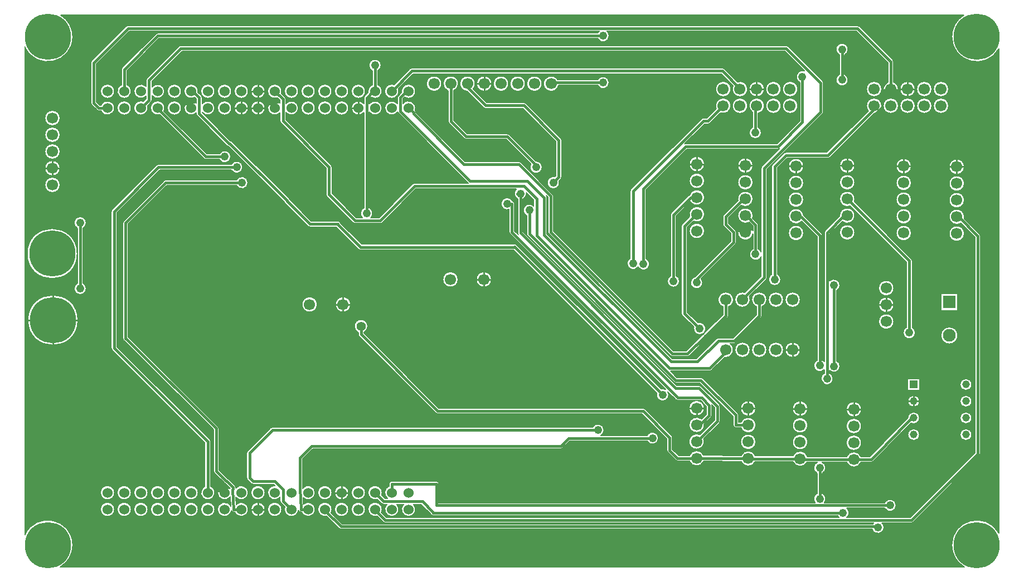
<source format=gbl>
G04 EasyPC Gerber Version 21.0.3 Build 4286 *
G04 #@! TF.Part,Single*
G04 #@! TF.FileFunction,Copper,L2,Bot *
G04 #@! TF.FilePolarity,Positive *
%FSLAX34Y34*%
%MOIN*%
G04 #@! TA.AperFunction,ComponentPad*
%ADD111R,0.04567X0.04567*%
%ADD113R,0.07677X0.07677*%
G04 #@! TD.AperFunction*
%ADD13C,0.00500*%
%ADD16C,0.01000*%
%ADD74C,0.01500*%
%ADD19C,0.01575*%
G04 #@! TA.AperFunction,WasherPad*
%ADD21C,0.02362*%
G04 #@! TA.AperFunction,ComponentPad*
%ADD112C,0.04567*%
G04 #@! TA.AperFunction,ViaPad*
%ADD78C,0.04800*%
%ADD115C,0.05600*%
G04 #@! TA.AperFunction,ComponentPad*
%ADD107C,0.06000*%
%ADD11C,0.06693*%
%ADD114C,0.07677*%
G04 #@! TA.AperFunction,WasherPad*
%ADD10C,0.27559*%
X0Y0D02*
D02*
D10*
X4947Y4226D03*
Y34659D03*
X5211Y21672D03*
X5254Y17693D03*
X60502Y4226D03*
Y34659D03*
D02*
D11*
X5227Y25785D03*
Y26785D03*
Y27785D03*
Y28785D03*
Y29785D03*
X20605Y18628D03*
X22605D03*
X28046Y31844D03*
X29028Y20127D03*
X29046Y31844D03*
X30046D03*
X31028Y20127D03*
X31046Y31844D03*
X32046D03*
X33046D03*
X34046D03*
X35046D03*
X43746Y9423D03*
Y10423D03*
Y11423D03*
Y12423D03*
X43762Y23031D03*
Y24031D03*
Y25031D03*
Y26031D03*
Y27031D03*
X45341Y30522D03*
Y31522D03*
X45491Y15915D03*
Y18915D03*
X46341Y30522D03*
Y31522D03*
X46491Y15915D03*
Y18915D03*
X46664Y22944D03*
Y23944D03*
Y24944D03*
Y25944D03*
Y26944D03*
X46833Y9407D03*
Y10407D03*
Y11407D03*
Y12407D03*
X47341Y30522D03*
Y31522D03*
X47491Y15915D03*
Y18915D03*
X48341Y30522D03*
Y31522D03*
X48491Y15915D03*
Y18915D03*
X49341Y30522D03*
Y31522D03*
X49491Y15915D03*
Y18915D03*
X49691Y22906D03*
Y23906D03*
Y24906D03*
Y25906D03*
Y26906D03*
X49935Y9395D03*
Y10395D03*
Y11395D03*
Y12395D03*
X52750Y22944D03*
Y23944D03*
Y24944D03*
Y25944D03*
Y26944D03*
X53148Y9352D03*
Y10352D03*
Y11352D03*
Y12352D03*
X54361Y30521D03*
Y31521D03*
X55085Y17608D03*
Y18608D03*
Y19608D03*
X55361Y30521D03*
Y31521D03*
X56132Y22906D03*
Y23906D03*
Y24906D03*
Y25906D03*
Y26906D03*
X56361Y30521D03*
Y31521D03*
X57361Y30521D03*
Y31521D03*
X58361Y30521D03*
Y31521D03*
X59302Y22872D03*
Y23872D03*
Y24872D03*
Y25872D03*
Y26872D03*
D02*
D13*
X61815Y33928D02*
G75*
G02X58999Y34659I-1313J731D01*
G01*
G75*
G02X59717Y35941I1503*
G01*
X5732*
G75*
G02X6450Y34659I-785J-1281*
G01*
G75*
G02X3575Y34046I-1503*
G01*
Y4840*
G75*
G02X6450Y4226I1372J-613*
G01*
G75*
G02X5706Y2929I-1503*
G01*
X59743*
G75*
G02X58999Y4226I759J1297*
G01*
G75*
G02X61815Y4957I1503*
G01*
Y33928*
X6519Y23514D02*
G75*
G02X7249I365D01*
G01*
G75*
G02X7047Y23187I-365*
G01*
Y19916*
G75*
G02X7249Y19589I-163J-327*
G01*
G75*
G02X6519I-365*
G01*
G75*
G02X6721Y19916I365*
G01*
Y23187*
G75*
G02X6519Y23514I163J327*
G01*
X55524Y31951D02*
G75*
G02X55820Y31521I-163J-430D01*
G01*
G75*
G02X54901I-460*
G01*
G75*
G02X55198Y31951I460*
G01*
Y33096*
X53301Y34992*
X38381*
G75*
G02X38519Y34706I-227J-286*
G01*
G75*
G02X37827Y34543I-365*
G01*
X11601*
X9680Y32622*
Y31780*
G75*
G02X9517Y30963I-163J-393*
G01*
G75*
G02X9354Y31780J425*
G01*
Y32690*
G75*
G02X9402Y32805I163*
G01*
X11418Y34822*
G75*
G02X11534Y34869I115J-115*
G01*
X37827*
G75*
G02X37927Y34992I327J-163*
G01*
X9814*
X7849Y33027*
Y30766*
X8064Y30551*
X8125*
G75*
G02X8942Y30388I393J-163*
G01*
G75*
G02X8125Y30225I-425*
G01*
X7997*
G75*
G02X7881Y30272J163*
G01*
X7571Y30583*
G75*
G02X7523Y30699I115J115*
G01*
Y33094*
G75*
G02X7571Y33210I163*
G01*
X9631Y35270*
G75*
G02X9746Y35318I115J-115*
G01*
X53368*
G75*
G02X53484Y35270J-163*
G01*
X55476Y33279*
G75*
G02X55524Y33163I-115J-115*
G01*
Y31951*
X53901Y30521D02*
G75*
G02X54820I460D01*
G01*
G75*
G02X54351Y30062I-460*
G01*
X51723Y27431*
G75*
G02X51597Y27378I-126J126*
G01*
X49155*
X48594Y26817*
Y20442*
G75*
G02X48781Y20124I-179J-318*
G01*
G75*
G02X48051I-365*
G01*
G75*
G02X48237Y20442I365*
G01*
Y26891*
G75*
G02X48290Y27018I179*
G01*
X48954Y27683*
G75*
G02X49081Y27736I127J-126*
G01*
X51523*
X54009Y30225*
G75*
G02X53901Y30521I352J296*
G01*
X52291Y23944D02*
G75*
G02X53210I460D01*
G01*
G75*
G02X52447Y23598I-460*
G01*
X51705Y22855*
Y20040*
G75*
G02X52324Y19779I254J-262*
G01*
G75*
G02X52122Y19452I-365*
G01*
Y15257*
G75*
G02X52324Y14931I-163J-327*
G01*
G75*
G02X51705Y14669I-365*
G01*
Y14513*
G75*
G02X51907Y14187I-163J-327*
G01*
G75*
G02X51177I-365*
G01*
G75*
G02X51379Y14513I365*
G01*
Y14726*
G75*
G02X50743Y14970I-271J244*
G01*
G75*
G02X50945Y15297I365*
G01*
Y22699*
X50038Y23605*
G75*
G02X49232Y23906I-347J301*
G01*
G75*
G02X50148Y23956I460*
G01*
X51223Y22882*
G75*
G02X51271Y22766I-115J-115*
G01*
Y15297*
G75*
G02X51379Y15215I-163J-327*
G01*
Y22923*
G75*
G02X51427Y23038I163*
G01*
X52292Y23904*
G75*
G02X52291Y23944I458J39*
G01*
Y22944D02*
G75*
G02X53210I460D01*
G01*
G75*
G02X52291I-460*
G01*
X52688Y10352D02*
G75*
G02X53608I460D01*
G01*
G75*
G02X52688I-460*
G01*
Y11352D02*
G75*
G02X53608I460D01*
G01*
G75*
G02X52688I-460*
G01*
Y12352D02*
G75*
G02X53608I460D01*
G01*
G75*
G02X52688I-460*
G01*
X56642Y17261D02*
G75*
G02X56828Y16943I-179J-318D01*
G01*
G75*
G02X56098I-365*
G01*
G75*
G02X56284Y17261I365*
G01*
Y21161*
X52926Y24519*
G75*
G02X52291Y24944I-176J425*
G01*
G75*
G02X53210I460*
G01*
G75*
G02X53177Y24774I-460J0*
G01*
X56589Y21362*
G75*
G02X56642Y21235I-126J-127*
G01*
Y17261*
X60665Y22845D02*
G75*
G02X60713Y22730I-115J-115D01*
G01*
Y9689*
G75*
G02X60665Y9573I-163*
G01*
X56691Y5599*
G75*
G02X56575Y5551I-115J115*
G01*
X54838*
G75*
G02X54953Y5285I-250J-266*
G01*
G75*
G02X54240Y5175I-365*
G01*
X22475*
G75*
G02X22359Y5223J163*
G01*
X21629Y5954*
G75*
G02X21092Y6364I-112J410*
G01*
G75*
G02X21942I425*
G01*
G75*
G02X21888Y6156I-425J0*
G01*
X22542Y5501*
X54294*
G75*
G02X54338Y5551I294J-216*
G01*
X25135*
G75*
G02X25020Y5599J163*
G01*
X24657Y5962*
G75*
G02X24092Y6364I-139J401*
G01*
G75*
G02X24942I425*
G01*
G75*
G02X24900Y6180I-425*
G01*
X25203Y5877*
X52273*
G75*
G02X52180Y5985I226J287*
G01*
X27991*
G75*
G02X27819Y6116J179*
G01*
X27271Y6664*
X26818*
G75*
G02X26517Y5939I-300J-301*
G01*
G75*
G02X26217Y6664J425*
G01*
X25818*
G75*
G02X25517Y5939I-300J-301*
G01*
G75*
G02X25217Y6664J425*
G01*
X25034*
G75*
G02X24907Y6717I0J179*
G01*
X24660Y6964*
G75*
G02X24092Y7364I-143J400*
G01*
G75*
G02X24942I425*
G01*
G75*
G02X24915Y7215I-425J0*
G01*
X25108Y7022*
X25265*
G75*
G02X25354Y7756I252J342*
G01*
Y7894*
G75*
G02X25517Y8057I163*
G01*
X28176*
G75*
G02X28339Y7894J-163*
G01*
Y6766*
X50826*
G75*
G02X50945Y7324I282J232*
G01*
Y8526*
G75*
G02X50959Y9185I163J327*
G01*
X50344*
G75*
G02X49509Y9225I-409J210*
G01*
X47255*
G75*
G02X46410Y9227I-422J182*
G01*
X44167Y9238*
G75*
G02X43318Y9256I-421J185*
G01*
X42606*
G75*
G02X42488Y9305I0J167*
G01*
X42018Y9775*
G75*
G02X41969Y9892I118J118*
G01*
Y10598*
X40473Y12095*
X28255*
G75*
G02X28136Y12144I0J167*
G01*
X23562Y16718*
G75*
G02X23513Y16836I118J118*
G01*
Y16951*
G75*
G02X23274Y17321I167J369*
G01*
G75*
G02X24084I405*
G01*
G75*
G02X23846Y16951I-405*
G01*
Y16905*
X28323Y12428*
X40541*
G75*
G02X40660Y12379I0J-167*
G01*
X42254Y10785*
G75*
G02X42303Y10667I-118J-118*
G01*
Y9961*
X42675Y9590*
X43318*
G75*
G02X44169Y9603I428J-167*
G01*
X46412Y9592*
G75*
G02X47255Y9590I421J-185*
G01*
X49519*
G75*
G02X50378Y9519I417J-194*
G01*
X52720*
G75*
G02X53576I428J-167*
G01*
X54106*
X54900Y10312*
G75*
G02X54940Y10376I158J-55*
G01*
X56374Y11810*
G75*
G02X56373Y11836I352J26*
G01*
G75*
G02X57080I353*
G01*
G75*
G02X56560Y11525I-353J0*
G01*
X55215Y10179*
G75*
G02X55175Y10116I-158J55*
G01*
X54293Y9234*
G75*
G02X54175Y9185I-118J118*
G01*
X53576*
G75*
G02X52720I-428J167*
G01*
X51256*
G75*
G02X51271Y8526I-149J-333*
G01*
Y7324*
G75*
G02X51390Y6766I-163J-327*
G01*
X54991*
G75*
G02X55682Y6603I327J-163*
G01*
G75*
G02X54991Y6440I-365*
G01*
X52737*
G75*
G02X52724Y5877I-239J-276*
G01*
X56508*
X60387Y9756*
Y22663*
X59558Y23491*
G75*
G02X58842Y23872I-257J381*
G01*
G75*
G02X59761I460*
G01*
G75*
G02X59748Y23762I-460J0*
G01*
X60665Y22845*
X56373Y10836D02*
G75*
G02X57080I353D01*
G01*
G75*
G02X56373I-353*
G01*
Y12836D02*
G75*
G02X57080I353D01*
G01*
G75*
G02X56373I-353*
G01*
Y14190D02*
X57080D01*
Y13483*
X56373*
Y14190*
X54625Y17608D02*
G75*
G02X55545I460D01*
G01*
G75*
G02X54625I-460*
G01*
Y18608D02*
G75*
G02X55545I460D01*
G01*
G75*
G02X54625I-460*
G01*
Y19608D02*
G75*
G02X55545I460D01*
G01*
G75*
G02X54625I-460*
G01*
X52291Y25944D02*
G75*
G02X53210I460D01*
G01*
G75*
G02X52291I-460*
G01*
Y26944D02*
G75*
G02X53210I460D01*
G01*
G75*
G02X52291I-460*
G01*
X49232Y22906D02*
G75*
G02X50151I460D01*
G01*
G75*
G02X49232I-460*
G01*
Y24906D02*
G75*
G02X50151I460D01*
G01*
G75*
G02X49232I-460*
G01*
Y25906D02*
G75*
G02X50151I460D01*
G01*
G75*
G02X49232I-460*
G01*
Y26906D02*
G75*
G02X50151I460D01*
G01*
G75*
G02X49232I-460*
G01*
X49031Y15915D02*
G75*
G02X49950I460D01*
G01*
G75*
G02X49031I-460*
G01*
X49476Y10395D02*
G75*
G02X50395I460D01*
G01*
G75*
G02X49476I-460*
G01*
Y11395D02*
G75*
G02X50395I460D01*
G01*
G75*
G02X49476I-460*
G01*
Y12395D02*
G75*
G02X50395I460D01*
G01*
G75*
G02X49476I-460*
G01*
X49031Y18915D02*
G75*
G02X49950I460D01*
G01*
G75*
G02X49031I-460*
G01*
X53901Y31521D02*
G75*
G02X54820I460D01*
G01*
G75*
G02X53901I-460*
G01*
X54901Y30521D02*
G75*
G02X55820I460D01*
G01*
G75*
G02X54901I-460*
G01*
X55673Y22906D02*
G75*
G02X56592I460D01*
G01*
G75*
G02X55673I-460*
G01*
Y23906D02*
G75*
G02X56592I460D01*
G01*
G75*
G02X55673I-460*
G01*
Y24906D02*
G75*
G02X56592I460D01*
G01*
G75*
G02X55673I-460*
G01*
Y25906D02*
G75*
G02X56592I460D01*
G01*
G75*
G02X55673I-460*
G01*
Y26906D02*
G75*
G02X56592I460D01*
G01*
G75*
G02X55673I-460*
G01*
X52078Y33891D02*
G75*
G02X52808I365D01*
G01*
G75*
G02X52606Y33565I-365*
G01*
Y32403*
G75*
G02X52808Y32076I-163J-327*
G01*
G75*
G02X52078I-365*
G01*
G75*
G02X52280Y32403I365*
G01*
Y33565*
G75*
G02X52078Y33891I163J327*
G01*
X51286Y32010D02*
G75*
G02X51339Y31884I-126J-127D01*
G01*
Y30163*
G75*
G02X51286Y30036I-179*
G01*
X47965Y26715*
Y20258*
G75*
G02X47912Y20131I-179*
G01*
X46902Y19121*
G75*
G02X46491Y18455I-411J-206*
G01*
G75*
G02Y19375J460*
G01*
G75*
G02X46629Y19353J-460*
G01*
X47607Y20332*
Y21486*
G75*
G02X46909Y21636I-333J149*
G01*
G75*
G02X47111Y21962I365*
G01*
Y22838*
G75*
G02X46204Y22944I-447J106*
G01*
G75*
G02X47111Y23050I460*
G01*
Y23317*
X46886Y23542*
G75*
G02X46204Y23944I-223J402*
G01*
G75*
G02X47123I460*
G01*
G75*
G02X47098Y23792I-460J0*
G01*
X47389Y23500*
G75*
G02X47437Y23385I-115J-115*
G01*
Y21962*
G75*
G02X47607Y21785I-163J-327*
G01*
Y26789*
G75*
G02X47660Y26916I179*
G01*
X48695Y27951*
G75*
G02X48620Y27933I-75J145*
G01*
X43174*
X40734Y25493*
Y21373*
G75*
G02X40936Y21047I-163J-327*
G01*
G75*
G02X40248Y20877I-365*
G01*
G75*
G02X39582Y21084I-301J207*
G01*
G75*
G02X39768Y21402I365*
G01*
Y25411*
G75*
G02X39821Y25538I179*
G01*
X44017Y29734*
G75*
G02X44144Y29787I127J-126*
G01*
X44357*
X44916Y30346*
G75*
G02X44881Y30522I425J176*
G01*
G75*
G02X45801I460*
G01*
G75*
G02X45171Y30095I-460*
G01*
X44558Y29482*
G75*
G02X44431Y29429I-126J126*
G01*
X44218*
X43028Y28239*
G75*
G02X43107Y28259I79J-142*
G01*
X48553*
X49910Y29616*
Y31931*
G75*
G02X50186Y32605I163J327*
G01*
X49015Y33776*
X12978*
X11181Y31979*
Y31648*
G75*
G02X11942Y31388I336J-260*
G01*
G75*
G02X11181Y31127I-425*
G01*
Y30868*
G75*
G02X11128Y30741I-179J0*
G01*
X10917Y30532*
G75*
G02X10517Y29963I-400J-144*
G01*
G75*
G02Y30813J425*
G01*
G75*
G02X10665Y30786I0J-425*
G01*
X10824Y30942*
Y31093*
G75*
G02X10092Y31388I-306J294*
G01*
G75*
G02X10824Y31682I425*
G01*
Y32053*
G75*
G02X10876Y32179I179*
G01*
X12777Y34081*
G75*
G02X12904Y34133I127J-126*
G01*
X49089*
G75*
G02X49216Y34081J-179*
G01*
X51286Y32010*
X48031Y15915D02*
G75*
G02X48950I460D01*
G01*
G75*
G02X48031I-460*
G01*
Y18915D02*
G75*
G02X48950I460D01*
G01*
G75*
G02X48031I-460*
G01*
X47031D02*
G75*
G02X47950I460D01*
G01*
G75*
G02X47654Y18485I-460*
G01*
Y17954*
G75*
G02X47606Y17839I-163*
G01*
X46106Y16339*
G75*
G02X45991Y16291I-115J115*
G01*
X45754*
G75*
G02X45491Y15455I-264J-376*
G01*
G75*
G02X45419Y15461I0J460*
G01*
X44660Y14702*
G75*
G02X44534Y14650I-127J126*
G01*
X42175*
X42566Y14259*
X44005*
G75*
G02X44121Y14211J-163*
G01*
X46215Y12117*
G75*
G02X46263Y12002I-115J-115*
G01*
Y11570*
X46403*
G75*
G02X47293Y11407I430J-163*
G01*
G75*
G02X46403Y11244I-460*
G01*
X46100*
G75*
G02X45937Y11407J163*
G01*
Y11934*
X43938Y13933*
X42498*
G75*
G02X42383Y13981J163*
G01*
X33627Y22737*
G75*
G02X33579Y22852I115J115*
G01*
Y23943*
G75*
G02X33377Y24269I163J327*
G01*
G75*
G02X34001Y24527I365*
G01*
Y24888*
X33572Y25317*
G75*
G02X33576Y25265I-361J-51*
G01*
G75*
G02X33374Y24939I-365*
G01*
Y22975*
X42568Y13781*
X43903*
G75*
G02X44018Y13733J-163*
G01*
X45108Y12644*
G75*
G02X45155Y12528I-115J-115*
G01*
Y11646*
G75*
G02X45108Y11531I-163*
G01*
X44172Y10596*
G75*
G02X43746Y9963I-426J-173*
G01*
G75*
G02Y10883J460*
G01*
G75*
G02X43950Y10835J-460*
G01*
X44829Y11714*
Y12461*
X44658Y12632*
G75*
G02X44661Y12599I-160J-33*
G01*
Y11998*
G75*
G02X44614Y11882I-163*
G01*
X44203Y11472*
G75*
G02X44206Y11423I-457J-49*
G01*
G75*
G02X43287I-460*
G01*
G75*
G02X44044Y11774I460*
G01*
X44335Y12065*
Y12532*
X43977Y12890*
X42609*
G75*
G02X42493Y12938J163*
G01*
X42031Y13400*
G75*
G02X42079Y13219I-317J-181*
G01*
G75*
G02X41349I-365*
G01*
G75*
G02X41363Y13318I365J0*
G01*
X32798Y21881*
X23655*
G75*
G02X23528Y21934J179*
G01*
X22201Y23261*
X20631*
G75*
G02X20504Y23313I0J179*
G01*
X19126Y24691*
G75*
G02X19084Y24758I126J126*
G01*
X15765Y28077*
G75*
G02X15666Y28127I28J177*
G01*
X13876Y29917*
G75*
G02X13824Y30044I126J127*
G01*
Y30093*
G75*
G02X13092Y30388I-306J294*
G01*
G75*
G02X13824Y30682I425*
G01*
Y30937*
X13737Y31024*
G75*
G02X13092Y31388I-220J364*
G01*
G75*
G02X13942I425*
G01*
G75*
G02X13938Y31329I-425*
G01*
X14129Y31138*
G75*
G02X14181Y31012I-126J-127*
G01*
Y30648*
G75*
G02X14942Y30388I336J-260*
G01*
G75*
G02X14181Y30127I-425*
G01*
Y30118*
X15869Y28430*
G75*
G02X15968Y28380I-28J-177*
G01*
X19379Y24969*
G75*
G02X19421Y24902I-126J-127*
G01*
X20704Y23618*
X22301*
G75*
G02X22470Y23498J-179*
G01*
X23729Y22239*
X32757*
G75*
G02X32974Y22211I91J-154*
G01*
X41615Y13571*
G75*
G02X41895Y13536I99J-351*
G01*
X32584Y22847*
G75*
G02X32536Y22962I115J115*
G01*
Y24314*
G75*
G02X32047Y24657I-124J343*
G01*
G75*
G02X32741Y24815I365*
G01*
G75*
G02X32862Y24657I-42J-158*
G01*
Y23030*
X33076Y22816*
G75*
G02X33048Y22907I135J91*
G01*
Y24939*
G75*
G02X32965Y25536I163J327*
G01*
X26970*
X24956Y23521*
G75*
G02X24829Y23469I-127J126*
G01*
X23329*
G75*
G02X23203Y23521I0J179*
G01*
X21640Y25082*
G75*
G02X21587Y25208I126J126*
G01*
Y26778*
X18884Y29481*
G75*
G02X18831Y29608I126J127*
G01*
Y30102*
G75*
G02X18092Y30388I-314J286*
G01*
G75*
G02X18831Y30674I425*
G01*
Y30841*
X18678Y30994*
G75*
G02X18092Y31388I-161J393*
G01*
G75*
G02X18942I425*
G01*
G75*
G02X18921Y31257I-425J0*
G01*
X19137Y31041*
G75*
G02X19189Y30915I-126J-126*
G01*
Y30915*
Y30915*
Y30658*
G75*
G02X19942Y30388I328J-270*
G01*
G75*
G02X19189Y30117I-425*
G01*
Y29682*
X21892Y26979*
G75*
G02X21945Y26852I-126J-127*
G01*
Y25282*
X23403Y23826*
X23754*
G75*
G02X23848Y24412I257J259*
G01*
Y30121*
G75*
G02X23092Y30388I-331J266*
G01*
G75*
G02X23848Y30654I425*
G01*
Y30997*
G75*
G02X23896Y31112I163*
G01*
X24098Y31314*
G75*
G02X24092Y31388I419J73*
G01*
G75*
G02X24354Y31780I425*
G01*
Y32612*
G75*
G02X24152Y32939I163J327*
G01*
G75*
G02X24882I365*
G01*
G75*
G02X24680Y32612I-365*
G01*
Y31780*
G75*
G02X24517Y30963I-163J-393*
G01*
G75*
G02X24280Y31035I0J425*
G01*
X24174Y30929*
Y30639*
G75*
G02X24942Y30388I343J-251*
G01*
G75*
G02X24174Y30136I-425*
G01*
Y24412*
G75*
G02X24268Y23826I-163J-327*
G01*
X24755*
X26769Y25840*
G75*
G02X26896Y25893I127J-126*
G01*
X30097*
G75*
G02X30065Y25918I83J140*
G01*
X25908Y30075*
G75*
G02X25866Y30145I115J115*
G01*
G75*
G02X25092Y30388I-349J242*
G01*
G75*
G02X25860Y30639I425*
G01*
Y31016*
G75*
G02X25908Y31132I163*
G01*
X26097Y31321*
G75*
G02X26517Y31813I420J66*
G01*
G75*
G02Y30963J-425*
G01*
G75*
G02X26275Y31038J425*
G01*
X26186Y30949*
Y30654*
G75*
G02X26917Y30243I331J-266*
G01*
X26925Y30235*
G75*
G02X26972Y30120I-115J-115*
G01*
Y30113*
X29901Y27184*
X33113*
G75*
G02X33228Y27136J-163*
G01*
X35141Y25223*
G75*
G02X35189Y25108I-115J-115*
G01*
Y23022*
X42373Y15838*
X43136*
X44100Y16802*
G75*
G02X44202Y16904I154J-53*
G01*
X45328Y18030*
Y18485*
G75*
G02X45491Y19375I163J430*
G01*
G75*
G02X45654Y18485J-460*
G01*
Y17962*
G75*
G02X45606Y17847I-163*
G01*
X44393Y16635*
G75*
G02X44381Y16623I-115J115*
G01*
G75*
G02X44369Y16611I-126J103*
G01*
X43319Y15560*
G75*
G02X43203Y15512I-115J115*
G01*
X42305*
G75*
G02X42190Y15560J163*
G01*
X34911Y22839*
G75*
G02X34863Y22954I115J115*
G01*
Y25040*
X34762Y25142*
G75*
G02X34803Y25033I-122J-108*
G01*
Y22857*
X42282Y15377*
X43738*
X44930Y16570*
G75*
G02X45046Y16617I115J-115*
G01*
X45923*
X47328Y18022*
Y18485*
G75*
G02X47031Y18915I163J430*
G01*
Y15915D02*
G75*
G02X47950I460D01*
G01*
G75*
G02X47031I-460*
G01*
X46031D02*
G75*
G02X46950I460D01*
G01*
G75*
G02X46031I-460*
G01*
X46373Y12407D02*
G75*
G02X47293I460D01*
G01*
G75*
G02X46373I-460*
G01*
Y10407D02*
G75*
G02X47293I460D01*
G01*
G75*
G02X46373I-460*
G01*
X43287Y12423D02*
G75*
G02X44206I460D01*
G01*
G75*
G02X43287I-460*
G01*
X28568Y20127D02*
G75*
G02X29488I460D01*
G01*
G75*
G02X28568I-460*
G01*
X30568D02*
G75*
G02X31488I460D01*
G01*
G75*
G02X30568I-460*
G01*
X22145Y18628D02*
G75*
G02X23064I460D01*
G01*
G75*
G02X22145I-460*
G01*
X20145D02*
G75*
G02X21064I460D01*
G01*
G75*
G02X20145I-460*
G01*
X43303Y26031D02*
G75*
G02X44222I460D01*
G01*
G75*
G02X43303I-460*
G01*
Y27031D02*
G75*
G02X44222I460D01*
G01*
G75*
G02X43303I-460*
G01*
X46204Y24944D02*
G75*
G02X47123I460D01*
G01*
G75*
G02X46402Y24566I-460J0*
G01*
X45642Y23806*
Y23494*
X46076Y23060*
G75*
G02X46124Y22945I-115J-115*
G01*
Y22354*
G75*
G02X46076Y22239I-163*
G01*
X44019Y20182*
G75*
G02X44111Y19940I-273J-242*
G01*
G75*
G02X43381I-365*
G01*
G75*
G02X43674Y20297I365*
G01*
X45798Y22422*
Y22877*
X45364Y23311*
G75*
G02X45316Y23427I115J115*
G01*
Y23874*
G75*
G02X45364Y23989I163*
G01*
X46216Y24841*
G75*
G02X46204Y24944I448J103*
G01*
Y25944D02*
G75*
G02X47123I460D01*
G01*
G75*
G02X46204I-460*
G01*
Y26944D02*
G75*
G02X47123I460D01*
G01*
G75*
G02X46204I-460*
G01*
X43329Y25184D02*
G75*
G02X44222Y25031I434J-152D01*
G01*
G75*
G02X43373Y24787I-460*
G01*
X42508Y23922*
Y23340*
G75*
G02X42524Y23270I-147J-70*
G01*
Y20356*
G75*
G02X42726Y20029I-163J-327*
G01*
G75*
G02X41996I-365*
G01*
G75*
G02X42198Y20356I365*
G01*
Y23216*
G75*
G02X42182Y23286I147J70*
G01*
Y23990*
G75*
G02X42230Y24105I163*
G01*
X43271Y25146*
G75*
G02X43329Y25184I115J-115*
G01*
X43830Y17537D02*
G75*
G02X44296Y17187I102J-351D01*
G01*
G75*
G02X43566I-365*
G01*
G75*
G02X43579Y17282I365J0*
G01*
X42885Y17965*
G75*
G02X42831Y18092I125J128*
G01*
Y23321*
G75*
G02X42884Y23447I179J0*
G01*
X43325Y23888*
G75*
G02X43762Y24491I437J143*
G01*
G75*
G02Y23572J-460*
G01*
G75*
G02X43561Y23618I0J460*
G01*
X43189Y23247*
Y18167*
X43830Y17537*
X43303Y23031D02*
G75*
G02X44222I460D01*
G01*
G75*
G02X43303I-460*
G01*
X14092Y31388D02*
G75*
G02X14942I425D01*
G01*
G75*
G02X14092I-425*
G01*
X15092Y30388D02*
G75*
G02X15942I425D01*
G01*
G75*
G02X15092I-425*
G01*
Y31388D02*
G75*
G02X15942I425D01*
G01*
G75*
G02X15092I-425*
G01*
X16092Y30388D02*
G75*
G02X16942I425D01*
G01*
G75*
G02X16092I-425*
G01*
Y31388D02*
G75*
G02X16942I425D01*
G01*
G75*
G02X16092I-425*
G01*
X17092Y30388D02*
G75*
G02X17942I425D01*
G01*
G75*
G02X17092I-425*
G01*
Y31388D02*
G75*
G02X17942I425D01*
G01*
G75*
G02X17092I-425*
G01*
X19092D02*
G75*
G02X19942I425D01*
G01*
G75*
G02X19092I-425*
G01*
X20092Y30388D02*
G75*
G02X20942I425D01*
G01*
G75*
G02X20092I-425*
G01*
Y31388D02*
G75*
G02X20942I425D01*
G01*
G75*
G02X20092I-425*
G01*
X21092Y30388D02*
G75*
G02X21942I425D01*
G01*
G75*
G02X21092I-425*
G01*
Y31388D02*
G75*
G02X21942I425D01*
G01*
G75*
G02X21092I-425*
G01*
X22092Y30388D02*
G75*
G02X22942I425D01*
G01*
G75*
G02X22092I-425*
G01*
Y31388D02*
G75*
G02X22942I425D01*
G01*
G75*
G02X22092I-425*
G01*
X23092D02*
G75*
G02X23942I425D01*
G01*
G75*
G02X23092I-425*
G01*
X46188Y31955D02*
G75*
G02X46801Y31522I153J-433D01*
G01*
G75*
G02X45881I-460*
G01*
G75*
G02X45923Y31714I460*
G01*
X45208Y32429*
X26800*
X25913Y31542*
G75*
G02X25517Y30963I-396J-155*
G01*
G75*
G02Y31813J425*
G01*
G75*
G02X25655Y31790J-425*
G01*
X26599Y32734*
G75*
G02X26726Y32787I127J-126*
G01*
X45282*
G75*
G02X45408Y32734I0J-179*
G01*
X46188Y31955*
X45881Y30522D02*
G75*
G02X46801I460D01*
G01*
G75*
G02X45881I-460*
G01*
X27586Y31844D02*
G75*
G02X28505I460D01*
G01*
G75*
G02X27586I-460*
G01*
X34121Y27212D02*
G75*
G02X34513Y26848I27J-364D01*
G01*
G75*
G02X33783I-365*
G01*
G75*
G02X33835Y27037I365J0*
G01*
X32360Y28512*
X29971*
G75*
G02X29855Y28560J163*
G01*
X28931Y29485*
G75*
G02X28883Y29600I115J115*
G01*
Y31414*
G75*
G02X28586Y31844I163J430*
G01*
G75*
G02X29505I460*
G01*
G75*
G02X29209Y31414I-460*
G01*
Y29668*
X30038Y28838*
X32428*
G75*
G02X32543Y28790J-163*
G01*
X34121Y27212*
X35629Y28585D02*
G75*
G02X35681Y28458I-126J-127D01*
G01*
Y26254*
G75*
G02X35630Y26129I-179*
G01*
X35526Y26022*
G75*
G02X35541Y25919I-350J-103*
G01*
G75*
G02X34811I-365*
G01*
G75*
G02X35270Y26272I365*
G01*
X35324Y26327*
Y28384*
X33346Y30362*
X31109*
G75*
G02X30982Y30415J179*
G01*
X30011Y31386*
G75*
G02X29586Y31844I35J458*
G01*
G75*
G02X30505I460*
G01*
G75*
G02X30377Y31526I-460*
G01*
X31183Y30720*
X33420*
G75*
G02X33546Y30667J-179*
G01*
X35629Y28585*
X30586Y31844D02*
G75*
G02X31505I460D01*
G01*
G75*
G02X30586I-460*
G01*
X31586D02*
G75*
G02X32505I460D01*
G01*
G75*
G02X31586I-460*
G01*
X32586D02*
G75*
G02X33505I460D01*
G01*
G75*
G02X32586I-460*
G01*
X33586D02*
G75*
G02X34505I460D01*
G01*
G75*
G02X33586I-460*
G01*
X37827Y32070D02*
G75*
G02X38519Y31907I327J-163D01*
G01*
G75*
G02X37827Y31744I-365*
G01*
X35494*
G75*
G02X34586Y31844I-449J100*
G01*
G75*
G02X35446Y32070I460*
G01*
X37827*
X44881Y31522D02*
G75*
G02X45801I460D01*
G01*
G75*
G02X44881I-460*
G01*
X46881Y30522D02*
G75*
G02X47801I460D01*
G01*
G75*
G02X47417Y30068I-460*
G01*
Y29247*
G75*
G02X47619Y28920I-163J-327*
G01*
G75*
G02X46889I-365*
G01*
G75*
G02X47091Y29247I365*
G01*
Y30136*
G75*
G02X46881Y30522I250J386*
G01*
Y31522D02*
G75*
G02X47801I460D01*
G01*
G75*
G02X46881I-460*
G01*
X47881Y30522D02*
G75*
G02X48801I460D01*
G01*
G75*
G02X47881I-460*
G01*
Y31522D02*
G75*
G02X48801I460D01*
G01*
G75*
G02X47881I-460*
G01*
X48881Y30522D02*
G75*
G02X49801I460D01*
G01*
G75*
G02X48881I-460*
G01*
Y31522D02*
G75*
G02X49801I460D01*
G01*
G75*
G02X48881I-460*
G01*
X12092Y30388D02*
G75*
G02X12942I425D01*
G01*
G75*
G02X12092I-425*
G01*
Y31388D02*
G75*
G02X12942I425D01*
G01*
G75*
G02X12092I-425*
G01*
X15207Y27637D02*
G75*
G02X15899Y27474I327J-163D01*
G01*
G75*
G02X15207Y27311I-365*
G01*
X14395*
G75*
G02X14280Y27359J163*
G01*
X11654Y29985*
G75*
G02X11092Y30388I-137J402*
G01*
G75*
G02X11942I425*
G01*
G75*
G02X11899Y30201I-425J0*
G01*
X14463Y27637*
X15207*
X8092Y31388D02*
G75*
G02X8942I425D01*
G01*
G75*
G02X8092I-425*
G01*
X9092Y30388D02*
G75*
G02X9942I425D01*
G01*
G75*
G02X9092I-425*
G01*
X15924Y27027D02*
G75*
G02X16607Y26848I318J-179D01*
G01*
G75*
G02X15924Y26669I-365*
G01*
X11645*
X9095Y24114*
Y16100*
X14643Y10553*
G75*
G02X14696Y10426I-126J-127*
G01*
Y7749*
G75*
G02X14517Y6939I-179J-386*
G01*
G75*
G02X14338Y7749J425*
G01*
Y10352*
X8791Y15900*
G75*
G02X8738Y16026I126J127*
G01*
Y24188*
G75*
G02X8790Y24314I179*
G01*
X11445Y26974*
G75*
G02X11571Y27027I126J-126*
G01*
X15924*
X16191Y7636D02*
G75*
G02X16942Y7364I326J-272D01*
G01*
G75*
G02X16190Y7093I-425*
G01*
X16215Y6663*
G75*
G02X16942Y6364I302J-299*
G01*
G75*
G02X16125Y6201I-425*
G01*
X16069*
G75*
G02X15933Y6275I0J163*
G01*
G75*
G02X15092Y6364I-416J89*
G01*
G75*
G02X15894Y6559I425*
G01*
X15862Y7115*
G75*
G02X15092Y7364I-345J249*
G01*
G75*
G02X15853Y7624I425J0*
G01*
G75*
G02X15855Y7628I147J-71*
G01*
X15591Y7891*
G75*
G02X15511Y7935I35J159*
G01*
X14900Y8546*
G75*
G02X14852Y8661I115J115*
G01*
Y11135*
X9558Y16429*
G75*
G02X9441Y16585I45J157*
G01*
Y23516*
G75*
G02X9489Y23632I163*
G01*
X11891Y26034*
G75*
G02X12006Y26082I115J-115*
G01*
X16231*
G75*
G02X16922Y25919I327J-163*
G01*
G75*
G02X16231Y25756I-365*
G01*
X12074*
X9767Y23449*
Y16681*
X15130Y11318*
G75*
G02X15178Y11202I-115J-115*
G01*
Y8729*
X15698Y8209*
G75*
G02X15778Y8165I-35J-159*
G01*
X16143Y7800*
G75*
G02X16191Y7685I-115J-115*
G01*
Y7636*
X40781Y10789D02*
G75*
G02X41473Y10626I327J-163D01*
G01*
G75*
G02X40781Y10463I-365*
G01*
X36157*
X35731Y10036*
G75*
G02X35616Y9988I-115J115*
G01*
X20790*
X20182Y9380*
Y7625*
G75*
G02X20942Y7364I335J-261*
G01*
G75*
G02X20213Y7067I-425*
G01*
X20236Y6682*
G75*
G02X20942Y6364I281J-319*
G01*
G75*
G02X20125Y6201I-425*
G01*
X20089*
G75*
G02X19938Y6303J163*
G01*
G75*
G02X19092Y6364I-421J61*
G01*
G75*
G02X19118Y6509I425J0*
G01*
X18888Y6737*
G75*
G02X18835Y6864I126J127*
G01*
Y7082*
G75*
G02X18092Y7364I-318J282*
G01*
G75*
G02X18517Y7789I425*
G01*
G75*
G02X18529Y7789I-1J-425*
G01*
X18452Y7866*
X17225*
G75*
G02X17099Y7919I0J179*
G01*
X16892Y8125*
G75*
G02X16839Y8252I126J126*
G01*
Y8252*
Y8252*
Y9737*
G75*
G02X16892Y9864I179*
G01*
X18262Y11233*
G75*
G02X18388Y11286I127J-126*
G01*
X37527*
G75*
G02X38210Y11107I318J-179*
G01*
G75*
G02X38023Y10789I-365*
G01*
X40781*
X21092Y7364D02*
G75*
G02X21942I425D01*
G01*
G75*
G02X21092I-425*
G01*
X22092Y6364D02*
G75*
G02X22942I425D01*
G01*
G75*
G02X22092I-425*
G01*
Y7364D02*
G75*
G02X22942I425D01*
G01*
G75*
G02X22092I-425*
G01*
X23092Y6364D02*
G75*
G02X23942I425D01*
G01*
G75*
G02X23092I-425*
G01*
Y7364D02*
G75*
G02X23942I425D01*
G01*
G75*
G02X23092I-425*
G01*
X18092Y6364D02*
G75*
G02X18942I425D01*
G01*
G75*
G02X18092I-425*
G01*
X17092D02*
G75*
G02X17942I425D01*
G01*
G75*
G02X17092I-425*
G01*
Y7364D02*
G75*
G02X17942I425D01*
G01*
G75*
G02X17092I-425*
G01*
X9092Y6364D02*
G75*
G02X9942I425D01*
G01*
G75*
G02X9092I-425*
G01*
Y7364D02*
G75*
G02X9942I425D01*
G01*
G75*
G02X9092I-425*
G01*
X10092Y6364D02*
G75*
G02X10942I425D01*
G01*
G75*
G02X10092I-425*
G01*
Y7364D02*
G75*
G02X10942I425D01*
G01*
G75*
G02X10092I-425*
G01*
X11092Y6364D02*
G75*
G02X11942I425D01*
G01*
G75*
G02X11092I-425*
G01*
Y7364D02*
G75*
G02X11942I425D01*
G01*
G75*
G02X11092I-425*
G01*
X12092Y6364D02*
G75*
G02X12942I425D01*
G01*
G75*
G02X12092I-425*
G01*
Y7364D02*
G75*
G02X12942I425D01*
G01*
G75*
G02X12092I-425*
G01*
X13092Y6364D02*
G75*
G02X13942I425D01*
G01*
G75*
G02X13092I-425*
G01*
Y7364D02*
G75*
G02X13942I425D01*
G01*
G75*
G02X13092I-425*
G01*
X14092Y6364D02*
G75*
G02X14942I425D01*
G01*
G75*
G02X14092I-425*
G01*
X8092D02*
G75*
G02X8942I425D01*
G01*
G75*
G02X8092I-425*
G01*
Y7364D02*
G75*
G02X8942I425D01*
G01*
G75*
G02X8092I-425*
G01*
X55901Y30521D02*
G75*
G02X56820I460D01*
G01*
G75*
G02X55901I-460*
G01*
Y31521D02*
G75*
G02X56820I460D01*
G01*
G75*
G02X55901I-460*
G01*
X56901Y30521D02*
G75*
G02X57820I460D01*
G01*
G75*
G02X56901I-460*
G01*
Y31521D02*
G75*
G02X57820I460D01*
G01*
G75*
G02X56901I-460*
G01*
X57901Y30521D02*
G75*
G02X58820I460D01*
G01*
G75*
G02X57901I-460*
G01*
X58352Y16772D02*
G75*
G02X59369I509D01*
G01*
G75*
G02X58352I-509*
G01*
Y19281D02*
X59369D01*
Y18264*
X58352*
Y19281*
X57901Y31521D02*
G75*
G02X58820I460D01*
G01*
G75*
G02X57901I-460*
G01*
X58842Y22872D02*
G75*
G02X59761I460D01*
G01*
G75*
G02X58842I-460*
G01*
X59499Y10836D02*
G75*
G02X60206I353D01*
G01*
G75*
G02X59499I-353*
G01*
Y11836D02*
G75*
G02X60206I353D01*
G01*
G75*
G02X59499I-353*
G01*
Y12836D02*
G75*
G02X60206I353D01*
G01*
G75*
G02X59499I-353*
G01*
Y13836D02*
G75*
G02X60206I353D01*
G01*
G75*
G02X59499I-353*
G01*
X58842Y24872D02*
G75*
G02X59761I460D01*
G01*
G75*
G02X58842I-460*
G01*
Y25872D02*
G75*
G02X59761I460D01*
G01*
G75*
G02X58842I-460*
G01*
Y26872D02*
G75*
G02X59761I460D01*
G01*
G75*
G02X58842I-460*
G01*
X3708Y21672D02*
G75*
G02X6714I1503D01*
G01*
G75*
G02X3708I-1503*
G01*
X3751Y17693D02*
G75*
G02X6757I1503D01*
G01*
G75*
G02X3751I-1503*
G01*
X4767Y25785D02*
G75*
G02X5686I460D01*
G01*
G75*
G02X4767I-460*
G01*
Y26785D02*
G75*
G02X5686I460D01*
G01*
G75*
G02X4767I-460*
G01*
Y27785D02*
G75*
G02X5686I460D01*
G01*
G75*
G02X4767I-460*
G01*
Y28785D02*
G75*
G02X5686I460D01*
G01*
G75*
G02X4767I-460*
G01*
Y29785D02*
G75*
G02X5686I460D01*
G01*
G75*
G02X4767I-460*
G01*
X61790Y5001D02*
G36*
Y6364D01*
X57455*
X56691Y5599*
G75*
G02X56575Y5551I-115J115*
G01*
X54838*
G75*
G02X54953Y5285I-250J-266*
G01*
G75*
G02X54240Y5175I-365*
G01*
X22475*
G75*
G02X22359Y5223I0J163*
G01*
X21629Y5954*
G75*
G02X21092Y6364I-112J410*
G01*
X20942*
G75*
G02X20125Y6201I-425*
G01*
X20089*
G75*
G02X19938Y6303I0J163*
G01*
G75*
G02X19092Y6364I-421J61*
G01*
X18942*
G75*
G02X18092I-425*
G01*
X17942*
G75*
G02X17092I-425*
G01*
X16942*
G75*
G02X16125Y6201I-425*
G01*
X16069*
G75*
G02X15933Y6275I0J163*
G01*
G75*
G02X15092Y6364I-416J89*
G01*
X14942*
G75*
G02X14092I-425*
G01*
X13942*
G75*
G02X13092I-425*
G01*
X12942*
G75*
G02X12092I-425*
G01*
X11942*
G75*
G02X11092I-425*
G01*
X10942*
G75*
G02X10092I-425*
G01*
X9942*
G75*
G02X9092I-425*
G01*
X8942*
G75*
G02X8092I-425*
G01*
X3600*
Y4893*
G75*
G02X6450Y4226I1347J-667*
G01*
Y4226*
G75*
G02X5747Y2954I-1503*
G01*
X59702*
G75*
G02X58999Y4226I800J1272*
G01*
G75*
G02X61790Y5001I1503*
G01*
G37*
X24092Y6364D02*
G36*
X23942D01*
G75*
G02X23092I-425*
G01*
X22942*
G75*
G02X22092I-425*
G01*
X21942*
G75*
G02X21888Y6156I-425*
G01*
X22542Y5501*
X54294*
G75*
G02X54338Y5551I294J-216*
G01*
X25135*
G75*
G02X25020Y5599I0J163*
G01*
X24657Y5962*
G75*
G02X24092Y6364I-139J401*
G01*
Y6364*
G37*
X27571D02*
G36*
X26942D01*
G75*
G02X26517Y5939I-425*
G01*
G75*
G02X26092Y6364J425*
G01*
X25942*
G75*
G02X25517Y5939I-425*
G01*
G75*
G02X25092Y6364J425*
G01*
X24942*
G75*
G02X24900Y6180I-426J0*
G01*
X25203Y5877*
X52273*
G75*
G02X52180Y5985I225J286*
G01*
X27991*
G75*
G02X27819Y6116J179*
G01*
X27571Y6364*
G37*
X56994D02*
G36*
X55593D01*
G75*
G02X55042I-276J239*
G01*
X52804*
G75*
G02X52863Y6164I-305J-200*
G01*
G75*
G02X52724Y5877I-365J0*
G01*
X56508*
X56994Y6364*
G37*
X15092Y7364D02*
G36*
X14942D01*
G75*
G02X14517Y6939I-425*
G01*
G75*
G02X14092Y7364J425*
G01*
X13942*
G75*
G02X13092I-425*
G01*
X12942*
G75*
G02X12092I-425*
G01*
X11942*
G75*
G02X11092I-425*
G01*
X10942*
G75*
G02X10092I-425*
G01*
X9942*
G75*
G02X9092I-425*
G01*
X8942*
G75*
G02X8092I-425*
G01*
X3600*
Y6364*
X8092*
G75*
G02X8942I425*
G01*
X9092*
G75*
G02X9942I425*
G01*
X10092*
G75*
G02X10942I425*
G01*
X11092*
G75*
G02X11942I425*
G01*
X12092*
G75*
G02X12942I425*
G01*
X13092*
G75*
G02X13942I425*
G01*
X14092*
G75*
G02X14942I425*
G01*
X15092*
G75*
G02X15894Y6559I425*
G01*
X15862Y7115*
G75*
G02X15092Y7364I-345J249*
G01*
G37*
X18092D02*
G36*
X17942D01*
G75*
G02X17092I-425*
G01*
X16942*
G75*
G02X16190Y7093I-425*
G01*
X16215Y6663*
G75*
G02X16942Y6364I302J-299*
G01*
X17092*
G75*
G02X17942I425*
G01*
X18092*
G75*
G02X18942I425*
G01*
X19092*
G75*
G02X19118Y6509I426J0*
G01*
X18888Y6737*
G75*
G02X18835Y6864I126J127*
G01*
Y7082*
G75*
G02X18092Y7364I-318J282*
G01*
G37*
X25092Y6364D02*
G36*
G75*
G02X25217Y6664I425D01*
G01*
X25034*
G75*
G02X24907Y6717I0J179*
G01*
X24660Y6964*
G75*
G02X24092Y7364I-143J400*
G01*
X23942*
G75*
G02X23092I-425*
G01*
X22942*
G75*
G02X22092I-425*
G01*
X21942*
G75*
G02X21092I-425*
G01*
X20942*
G75*
G02X20213Y7067I-425*
G01*
X20236Y6682*
G75*
G02X20942Y6364I281J-319*
G01*
X21092*
G75*
G02X21942I425*
G01*
X22092*
G75*
G02X22942I425*
G01*
X23092*
G75*
G02X23942I425*
G01*
X24092*
G75*
G02X24942I425*
G01*
X25092*
G37*
X57994Y7364D02*
G36*
X51271D01*
Y7324*
G75*
G02X51473Y6998I-163J-327*
G01*
G75*
G02X51390Y6766I-365*
G01*
X54991*
G75*
G02X55682Y6603I327J-163*
G01*
G75*
G02X55593Y6364I-365J0*
G01*
X56994*
X57994Y7364*
G37*
X26092Y6364D02*
G36*
G75*
G02X26217Y6664I425D01*
G01*
X25818*
G75*
G02X25942Y6364I-300J-301*
G01*
X26092*
G37*
X25092Y7364D02*
G36*
X24942D01*
G75*
G02X24915Y7215I-425J0*
G01*
X25108Y7022*
X25265*
G75*
G02X25092Y7364I252J342*
G01*
G37*
X50945D02*
G36*
X28339D01*
Y6766*
X50826*
G75*
G02X50743Y6998I282J232*
G01*
G75*
G02X50945Y7324I365*
G01*
Y7364*
G37*
X27571Y6364D02*
G36*
X27271Y6664D01*
X26818*
G75*
G02X26942Y6364I-300J-301*
G01*
X27571*
G37*
X55042D02*
G36*
G75*
G02X54991Y6440I276J239D01*
G01*
X52737*
G75*
G02X52804Y6364I-239J-276*
G01*
X55042*
G37*
X58455Y7364D02*
G36*
X57455Y6364D01*
X61790*
Y7364*
X58455*
G37*
X14092D02*
G36*
G75*
G02X14338Y7749I425D01*
G01*
Y10352*
X14338Y10352*
X3600*
Y7364*
X8092*
G75*
G02X8942I425*
G01*
X9092*
G75*
G02X9942I425*
G01*
X10092*
G75*
G02X10942I425*
G01*
X11092*
G75*
G02X11942I425*
G01*
X12092*
G75*
G02X12942I425*
G01*
X13092*
G75*
G02X13942I425*
G01*
X14092*
G37*
X15092D02*
G36*
G75*
G02X15853Y7624I425J0D01*
G01*
G75*
G02X15855Y7628I57J-26*
G01*
X15591Y7891*
G75*
G02X15511Y7935I35J159*
G01*
X14900Y8546*
G75*
G02X14852Y8661I115J115*
G01*
Y8661*
Y10352*
X14696*
Y7749*
G75*
G02X14942Y7364I-179J-386*
G01*
X15092*
G37*
X17381Y10352D02*
G36*
X15178D01*
Y8729*
X15698Y8209*
G75*
G02X15778Y8165I-35J-159*
G01*
X16143Y7800*
G75*
G02X16191Y7685I-115J-115*
G01*
Y7685*
Y7636*
G75*
G02X16942Y7364I326J-272*
G01*
X17092*
G75*
G02X17942I425*
G01*
X18092*
G75*
G02X18517Y7789I425*
G01*
G75*
G02X18529Y7789I1J-324*
G01*
X18452Y7866*
X17225*
G75*
G02X17099Y7919I0J179*
G01*
X16892Y8125*
G75*
G02X16839Y8252I127J126*
G01*
Y8252*
Y8252*
Y9737*
G75*
G02X16892Y9864I179*
G01*
X17381Y10352*
G37*
X50945Y7364D02*
G36*
Y8526D01*
G75*
G02X50743Y8852I163J327*
G01*
G75*
G02X50959Y9185I365*
G01*
X50344*
G75*
G02X49509Y9225I-409J210*
G01*
X47255*
G75*
G02X46410Y9227I-422J182*
G01*
X44167Y9238*
G75*
G02X43318Y9256I-421J185*
G01*
X42606*
G75*
G02X42488Y9305I0J167*
G01*
X42018Y9775*
G75*
G02X41969Y9892I118J118*
G01*
Y9892*
Y10352*
X41349*
G75*
G02X40866I-242J274*
G01*
X36047*
X35731Y10036*
G75*
G02X35616Y9988I-115J115*
G01*
X20790*
X20182Y9380*
Y7625*
G75*
G02X20942Y7364I335J-261*
G01*
X21092*
G75*
G02X21942I425*
G01*
X22092*
G75*
G02X22942I425*
G01*
X23092*
G75*
G02X23942I425*
G01*
X24092*
G75*
G02X24942I425*
G01*
X25092*
G75*
G02X25354Y7756I425*
G01*
Y7894*
G75*
G02X25517Y8057I163*
G01*
X28176*
G75*
G02X28339Y7894J-163*
G01*
Y7364*
X50945*
G37*
X54920Y10352D02*
G36*
X53608D01*
G75*
G02X52688I-460*
G01*
X50393*
G75*
G02X49478I-458J43*
G01*
X47289*
G75*
G02X46377I-456J55*
G01*
X44201*
G75*
G02X43746Y9963I-454J71*
G01*
G75*
G02X43292Y10352J460*
G01*
X42303*
Y9961*
X42675Y9590*
X43318*
G75*
G02X44169Y9603I428J-167*
G01*
X46412Y9592*
G75*
G02X47255Y9590I421J-185*
G01*
X49519*
G75*
G02X50378Y9519I417J-194*
G01*
X52720*
G75*
G02X53576I428J-167*
G01*
X54106*
X54900Y10312*
G75*
G02X54920Y10352I157J-54*
G01*
G37*
X60387D02*
G36*
X55388D01*
X55215Y10179*
G75*
G02X55175Y10116I-157J54*
G01*
X54293Y9234*
G75*
G02X54175Y9185I-118J118*
G01*
X53576*
G75*
G02X52720I-428J167*
G01*
X51256*
G75*
G02X51473Y8852I-149J-333*
G01*
G75*
G02X51271Y8526I-365*
G01*
Y7364*
X57994*
X60387Y9756*
Y10352*
G37*
X60713D02*
G36*
Y9689D01*
Y9689*
G75*
G02X60665Y9573I-163*
G01*
X58455Y7364*
X61790*
Y10352*
X60713*
G37*
X14338D02*
G36*
X13854Y10836D01*
X3600*
Y10352*
X14338*
G37*
X17865Y10836D02*
G36*
X15178D01*
Y10352*
X17381*
X17865Y10836*
G37*
X14852D02*
G36*
X14359D01*
X14643Y10553*
G75*
G02X14696Y10426I-126J-127*
G01*
Y10352*
X14852*
Y10836*
G37*
X55400D02*
G36*
X50065D01*
G75*
G02X50395Y10395I-130J-441*
G01*
G75*
G02X50393Y10352I-460J0*
G01*
X52688*
G75*
G02X53608I460*
G01*
X54920*
G75*
G02X54940Y10376I137J-94*
G01*
X55400Y10836*
G37*
X40866Y10352D02*
G36*
G75*
G02X40781Y10463I242J274D01*
G01*
X36157*
X36047Y10352*
X40866*
G37*
X40810Y10836D02*
G36*
X38090D01*
G75*
G02X38023Y10789I-245J271*
G01*
X40781*
G75*
G02X40810Y10836I327J-163*
G01*
G37*
X41969Y10352D02*
G36*
Y10598D01*
X41731Y10836*
X41406*
G75*
G02X41473Y10626I-298J-211*
G01*
G75*
G02X41349Y10352I-365*
G01*
X41969*
G37*
X43292D02*
G36*
G75*
G02X43287Y10423I454J71D01*
G01*
G75*
G02X43545Y10836I460*
G01*
X42203*
X42254Y10785*
G75*
G02X42303Y10667I-118J-118*
G01*
Y10667*
Y10352*
X43292*
G37*
X43952Y10836D02*
G36*
X43947D01*
G75*
G02X43950Y10835I-201J-411*
G01*
X43952Y10836*
G37*
X46377Y10352D02*
G36*
G75*
G02X46373Y10407I456J55D01*
G01*
G75*
G02X46668Y10836I460*
G01*
X44413*
X44172Y10596*
G75*
G02X44206Y10423I-426J-173*
G01*
G75*
G02X44201Y10352I-460J0*
G01*
X46377*
G37*
X49478D02*
G36*
G75*
G02X49476Y10395I458J43D01*
G01*
G75*
G02X49806Y10836I460*
G01*
X46998*
G75*
G02X47293Y10407I-165J-429*
G01*
G75*
G02X47289Y10352I-460J0*
G01*
X49478*
G37*
X60387Y10836D02*
G36*
X60206D01*
G75*
G02X59499I-353*
G01*
X57080*
G75*
G02X56373I-353*
G01*
X55872*
X55388Y10352*
X60387*
Y10836*
G37*
X60713D02*
G36*
Y10352D01*
X61790*
Y10836*
X60713*
G37*
X13854D02*
G36*
X13338Y11352D01*
X3600*
Y10836*
X13854*
G37*
X14852D02*
G36*
Y11135D01*
X14635Y11352*
X13844*
X14359Y10836*
X14852*
G37*
X37574Y11352D02*
G36*
X15096D01*
X15130Y11318*
G75*
G02X15178Y11203I-115J-115*
G01*
Y11202*
Y10836*
X17865*
X18262Y11233*
G75*
G02X18388Y11286I127J-126*
G01*
X37527*
G75*
G02X37574Y11352I318J-179*
G01*
G37*
X55916D02*
G36*
X53608D01*
G75*
G02X52688I-460*
G01*
X50393*
G75*
G02X49478I-458J43*
G01*
X47289*
G75*
G02X46403Y11244I-456J55*
G01*
X46100*
G75*
G02X45946Y11352I0J163*
G01*
X44929*
X44413Y10836*
X46668*
G75*
G02X46998I165J-429*
G01*
X49806*
G75*
G02X50065I130J-441*
G01*
X55400*
X55916Y11352*
G37*
X41731Y10836D02*
G36*
X41215Y11352D01*
X38115*
G75*
G02X38210Y11107I-270J-245*
G01*
G75*
G02X38090Y10836I-365J0*
G01*
X40810*
G75*
G02X41406I298J-211*
G01*
X41731*
G37*
X44468Y11352D02*
G36*
X44201D01*
G75*
G02X43292I-454J71*
G01*
X41687*
X42203Y10836*
X43545*
G75*
G02X43746Y10883I201J-413*
G01*
G75*
G02X43947Y10836I0J-459*
G01*
X43952*
X44468Y11352*
G37*
X60387D02*
G36*
X56388D01*
X55872Y10836*
X56373*
G75*
G02X57080I353*
G01*
X59499*
G75*
G02X60206I353*
G01*
X60387*
Y11352*
G37*
X60713D02*
G36*
Y10836D01*
X61790*
Y11352*
X60713*
G37*
X13338D02*
G36*
X12854Y11836D01*
X3600*
Y11352*
X13338*
G37*
X14635D02*
G36*
X14151Y11836D01*
X13359*
X13844Y11352*
X14635*
G37*
X41215D02*
G36*
X40731Y11836D01*
X14612*
X15096Y11352*
X37574*
G75*
G02X38115I270J-245*
G01*
X41215*
G37*
X56373Y11836D02*
G36*
X50065D01*
G75*
G02X50395Y11395I-130J-441*
G01*
G75*
G02X50393Y11352I-460J0*
G01*
X52688*
G75*
G02X53608I460*
G01*
X55916*
X56374Y11810*
G75*
G02X56373Y11836I357J26*
G01*
Y11836*
G37*
X43292Y11352D02*
G36*
G75*
G02X43287Y11423I454J71D01*
G01*
G75*
G02X43545Y11836I460*
G01*
X41203*
X41687Y11352*
X43292*
G37*
X44106Y11836D02*
G36*
X43947D01*
G75*
G02X44044Y11774I-201J-413*
G01*
X44106Y11836*
G37*
X44829D02*
G36*
X44567D01*
X44203Y11472*
G75*
G02X44206Y11423I-466J-50*
G01*
G75*
G02X44201Y11352I-460J0*
G01*
X44468*
X44829Y11714*
Y11836*
G37*
X46668D02*
G36*
X46263D01*
Y11570*
X46403*
G75*
G02X46668Y11836I430J-163*
G01*
G37*
X45946Y11352D02*
G36*
G75*
G02X45937Y11407I153J55D01*
G01*
Y11836*
X45155*
Y11646*
Y11646*
G75*
G02X45108Y11531I-163*
G01*
X44929Y11352*
X45946*
G37*
X49478D02*
G36*
G75*
G02X49476Y11395I458J43D01*
G01*
G75*
G02X49806Y11836I460*
G01*
X46998*
G75*
G02X47293Y11407I-165J-429*
G01*
Y11407*
Y11407*
G75*
G02X47289Y11352I-460J0*
G01*
X49478*
G37*
X60387Y11836D02*
G36*
X60206D01*
G75*
G02X59499I-353*
G01*
X57080*
G75*
G02X56560Y11525I-353J0*
G01*
X56388Y11352*
X60387*
Y11836*
G37*
X60713D02*
G36*
Y11352D01*
X61790*
Y11836*
X60713*
G37*
X12854D02*
G36*
X12338Y12352D01*
X3600*
Y11836*
X12854*
G37*
X14151D02*
G36*
X13635Y12352D01*
X12844*
X13359Y11836*
X14151*
G37*
X40731D02*
G36*
X40473Y12095D01*
X28255*
G75*
G02X28136Y12144I0J167*
G01*
X27928Y12352*
X14096*
X14612Y11836*
X40731*
G37*
X60387Y12352D02*
G36*
X53608D01*
G75*
G02X52688I-460*
G01*
X50393*
G75*
G02X49478I-458J43*
G01*
X47289*
G75*
G02X46377I-456J55*
G01*
X45980*
X46215Y12117*
G75*
G02X46263Y12002I-115J-115*
G01*
Y12002*
Y11836*
X46668*
G75*
G02X46998I165J-429*
G01*
X49806*
G75*
G02X50065I130J-441*
G01*
X56373*
G75*
G02X57080I353*
G01*
X59499*
G75*
G02X60206I353*
G01*
X60387*
Y12352*
G37*
X44335D02*
G36*
X44201D01*
G75*
G02X43292I-454J71*
G01*
X40687*
X41203Y11836*
X43545*
G75*
G02X43947I201J-413*
G01*
X44106*
X44335Y12065*
Y12352*
G37*
X44829D02*
G36*
X44661D01*
Y11998*
Y11998*
G75*
G02X44614Y11882I-163*
G01*
X44567Y11836*
X44829*
Y12352*
G37*
X45937Y11836D02*
G36*
Y11934D01*
X45519Y12352*
X45155*
Y11836*
X45937*
G37*
X60713Y12352D02*
G36*
Y11836D01*
X61790*
Y12352*
X60713*
G37*
X12338D02*
G36*
X11854Y12836D01*
X3600*
Y12352*
X12338*
G37*
X13635D02*
G36*
X13151Y12836D01*
X12359*
X12844Y12352*
X13635*
G37*
X27928D02*
G36*
X27444Y12836D01*
X13612*
X14096Y12352*
X27928*
G37*
X60387Y12836D02*
G36*
X60206D01*
G75*
G02X59499I-353*
G01*
X57080*
G75*
G02X56373I-353*
G01*
X50065*
G75*
G02X50395Y12395I-130J-441*
G01*
G75*
G02X50393Y12352I-460J0*
G01*
X52688*
G75*
G02X53608I460*
G01*
X60387*
Y12836*
G37*
X43292Y12352D02*
G36*
G75*
G02X43287Y12423I454J71D01*
G01*
G75*
G02X43545Y12836I460*
G01*
X27915*
X28323Y12428*
X40541*
G75*
G02X40660Y12379I0J-167*
G01*
X40687Y12352*
X43292*
G37*
X44031Y12836D02*
G36*
X43947D01*
G75*
G02X44206Y12423I-201J-413*
G01*
G75*
G02X44201Y12352I-460J0*
G01*
X44335*
Y12532*
X44031Y12836*
G37*
X44829Y12352D02*
G36*
Y12461D01*
X44658Y12632*
G75*
G02X44661Y12600I-157J-33*
G01*
Y12599*
Y12352*
X44829*
G37*
X45519D02*
G36*
X45035Y12836D01*
X44915*
X45108Y12644*
G75*
G02X45155Y12528I-115J-115*
G01*
Y12528*
Y12352*
X45519*
G37*
X46377D02*
G36*
G75*
G02X46373Y12407I456J55D01*
G01*
G75*
G02X46668Y12836I460*
G01*
X45496*
X45980Y12352*
X46377*
G37*
X49478D02*
G36*
G75*
G02X49476Y12395I458J43D01*
G01*
G75*
G02X49806Y12836I460*
G01*
X46998*
G75*
G02X47293Y12407I-165J-429*
G01*
G75*
G02X47289Y12352I-460J0*
G01*
X49478*
G37*
X60713Y12836D02*
G36*
Y12352D01*
X61790*
Y12836*
X60713*
G37*
X11854D02*
G36*
X10854Y13836D01*
X3600*
Y12836*
X11854*
G37*
X13151D02*
G36*
X12151Y13836D01*
X11359*
X12359Y12836*
X13151*
G37*
X27444D02*
G36*
X26444Y13836D01*
X12612*
X13612Y12836*
X27444*
G37*
X60387Y13836D02*
G36*
X60206D01*
G75*
G02X59499I-353*
G01*
X57080*
Y13483*
X56373*
Y13836*
X51644*
G75*
G02X51439I-102J350*
G01*
X44496*
X45496Y12836*
X46668*
G75*
G02X46998I165J-429*
G01*
X49806*
G75*
G02X50065I130J-441*
G01*
X56373*
G75*
G02X57080I353*
G01*
X59499*
G75*
G02X60206I353*
G01*
X60387*
Y13836*
G37*
X41595D02*
G36*
X41350D01*
X41615Y13571*
G75*
G02X41895Y13536I99J-351*
G01*
X41595Y13836*
G37*
X44031Y12836D02*
G36*
X43977Y12890D01*
X42609*
G75*
G02X42493Y12938I0J163*
G01*
X42031Y13400*
G75*
G02X42079Y13219I-317J-181*
G01*
Y13219*
G75*
G02X41349I-365*
G01*
G75*
G02X41363Y13318I366J0*
G01*
X40844Y13836*
X26915*
X27915Y12836*
X43545*
G75*
G02X43947I201J-413*
G01*
X44031*
G37*
X45035D02*
G36*
X44035Y13836D01*
X42512*
X42568Y13781*
X43903*
G75*
G02X44018Y13733I0J-163*
G01*
X44915Y12836*
X45035*
G37*
X60713Y13836D02*
G36*
Y12836D01*
X61790*
Y13836*
X60713*
G37*
X10854D02*
G36*
X8791Y15900D01*
G75*
G02X8777Y15915I126J127*
G01*
X3600*
Y13836*
X10854*
G37*
X12151D02*
G36*
X10072Y15915D01*
X9281*
X11359Y13836*
X12151*
G37*
X26444D02*
G36*
X24365Y15915D01*
X10533*
X12612Y13836*
X26444*
G37*
X60387Y15915D02*
G36*
X52122D01*
Y15257*
G75*
G02X52324Y14931I-163J-327*
G01*
G75*
G02X51705Y14669I-365J0*
G01*
Y14513*
G75*
G02X51907Y14187I-163J-327*
G01*
G75*
G02X51644Y13836I-365*
G01*
X56373*
Y14190*
X57080*
Y13836*
X59499*
G75*
G02X60206I353*
G01*
X60387*
Y15915*
G37*
X40844Y13836D02*
G36*
X38765Y15915D01*
X24837*
X26915Y13836*
X40844*
G37*
X41595D02*
G36*
X39516Y15915D01*
X39271*
X41350Y13836*
X41595*
G37*
X43213Y15915D02*
G36*
X42296D01*
X42373Y15838*
X43136*
X43213Y15915*
G37*
X44035Y13836D02*
G36*
X43938Y13933D01*
X42498*
G75*
G02X42383Y13981I0J163*
G01*
X40449Y15915*
X40434*
X42512Y13836*
X44035*
G37*
X44276Y15915D02*
G36*
X43674D01*
X43319Y15560*
G75*
G02X43203Y15512I-115J115*
G01*
X42305*
G75*
G02X42190Y15560I0J163*
G01*
X41835Y15915*
X41745*
X42282Y15377*
X43738*
X44276Y15915*
G37*
X51439Y13836D02*
G36*
G75*
G02X51177Y14187I102J350D01*
G01*
Y14187*
G75*
G02X51379Y14513I365*
G01*
Y14726*
G75*
G02X50743Y14970I-271J244*
G01*
Y14970*
G75*
G02X50945Y15297I365*
G01*
Y15915*
X49950*
G75*
G02X49031I-460*
G01*
X48950*
G75*
G02X48031I-460*
G01*
X47950*
G75*
G02X47031I-460*
G01*
X46950*
G75*
G02X46031I-460*
G01*
X45950*
G75*
G02X45491Y15455I-460*
G01*
G75*
G02X45419Y15461I0J465*
G01*
X44660Y14702*
G75*
G02X44534Y14650I-127J126*
G01*
X42175*
X42566Y14259*
X44005*
G75*
G02X44121Y14211I0J-163*
G01*
X44496Y13836*
X51439*
G37*
X51379Y15915D02*
G36*
X51271D01*
Y15297*
G75*
G02X51379Y15215I-163J-327*
G01*
Y15915*
G37*
X60713D02*
G36*
Y13836D01*
X61790*
Y15915*
X60713*
G37*
X8777D02*
G36*
G75*
G02X8738Y16026I140J111D01*
G01*
Y16772*
X6443*
G75*
G02X4066I-1188J920*
G01*
X3600*
Y15915*
X8777*
G37*
X10072D02*
G36*
X9558Y16429D01*
G75*
G02X9441Y16585I46J157*
G01*
Y16772*
X9095*
Y16100*
X9281Y15915*
X10072*
G37*
X24365D02*
G36*
X23562Y16718D01*
G75*
G02X23526Y16772I118J118*
G01*
X9767*
Y16681*
X10533Y15915*
X24365*
G37*
X60387Y16772D02*
G36*
X59369D01*
G75*
G02X58352I-509*
G01*
X56786*
G75*
G02X56140I-323J170*
G01*
X52122*
Y15915*
X60387*
Y16772*
G37*
X39516Y15915D02*
G36*
X38659Y16772D01*
X38413*
X39271Y15915*
X39516*
G37*
X38765D02*
G36*
X37908Y16772D01*
X23979*
X24837Y15915*
X38765*
G37*
X41835D02*
G36*
X40978Y16772D01*
X40887*
X41745Y15915*
X41835*
G37*
X40434D02*
G36*
X40449D01*
X39592Y16772*
X39576*
X40434Y15915*
G37*
X44070Y16772D02*
G36*
X41439D01*
X42296Y15915*
X43213*
X44070Y16772*
G37*
X46078D02*
G36*
X44531D01*
X44393Y16635*
G75*
G02X44381Y16623I-121J121*
G01*
G75*
G02X44369Y16611I-133J108*
G01*
X43674Y15915*
X44276*
X44930Y16570*
G75*
G02X45046Y16617I115J-115*
G01*
X45923*
X46078Y16772*
G37*
X50945D02*
G36*
X46539D01*
X46106Y16339*
G75*
G02X45991Y16291I-115J115*
G01*
X45754*
G75*
G02X45950Y15915I-264J-376*
G01*
X46031*
G75*
G02X46950I460*
G01*
X47031*
G75*
G02X47950I460*
G01*
X48031*
G75*
G02X48950I460*
G01*
X49031*
G75*
G02X49950I460*
G01*
X50945*
Y16772*
G37*
X51379D02*
G36*
X51271D01*
Y15915*
X51379*
Y16772*
G37*
X60713D02*
G36*
Y15915D01*
X61790*
Y16772*
X60713*
G37*
X3754Y17608D02*
G36*
X3600D01*
Y16772*
X4066*
G75*
G02X3754Y17608I1188J920*
G01*
G37*
X8738D02*
G36*
X6755D01*
G75*
G02X6443Y16772I-1501J85*
G01*
X8738*
Y17608*
G37*
X9441D02*
G36*
X9095D01*
Y16772*
X9441*
Y17608*
G37*
X23526Y16772D02*
G36*
G75*
G02X23513Y16836I154J64D01*
G01*
Y16836*
Y16951*
G75*
G02X23274Y17321I167J369*
G01*
Y17321*
G75*
G02X23394Y17608I405*
G01*
X9767*
Y16772*
X23526*
G37*
X56140D02*
G36*
G75*
G02X56098Y16943I323J170D01*
G01*
G75*
G02X56284Y17261I365J0*
G01*
Y17608*
X55545*
G75*
G02X54625I-460*
G01*
X52122*
Y16772*
X56140*
G37*
X38659D02*
G36*
X37823Y17608D01*
X37577*
X38413Y16772*
X38659*
G37*
X37908D02*
G36*
X37072Y17608D01*
X23965*
G75*
G02X24084Y17321I-285J-287*
G01*
Y17321*
G75*
G02X23846Y16951I-405*
G01*
Y16905*
X23979Y16772*
X37908*
G37*
X40887D02*
G36*
X40978D01*
X40142Y17608*
X40052*
X40887Y16772*
G37*
X39576D02*
G36*
X39592D01*
X38756Y17608*
X38741*
X39576Y16772*
G37*
X44906Y17608D02*
G36*
X43758D01*
X43830Y17537*
G75*
G02X44296Y17187I102J-351*
G01*
G75*
G02X43566I-365*
G01*
Y17187*
G75*
G02X43579Y17282I363*
G01*
X43248Y17608*
X40603*
X41439Y16772*
X44070*
X44100Y16802*
G75*
G02X44202Y16904I154J-53*
G01*
X44906Y17608*
G37*
X46914D02*
G36*
X45367D01*
X44531Y16772*
X46078*
X46914Y17608*
G37*
X50945D02*
G36*
X47375D01*
X46539Y16772*
X50945*
Y17608*
G37*
X51379D02*
G36*
X51271D01*
Y16772*
X51379*
Y17608*
G37*
X60387D02*
G36*
X56642D01*
Y17261*
G75*
G02X56828Y16943I-179J-318*
G01*
G75*
G02X56786Y16772I-365J0*
G01*
X58352*
G75*
G02X59369I509*
G01*
X60387*
Y17608*
G37*
X60713D02*
G36*
Y16772D01*
X61790*
Y17608*
X60713*
G37*
X3754D02*
G36*
G75*
G02X3751Y17693I1501J85D01*
G01*
G75*
G02X4062Y18608I1503J0*
G01*
X3600*
Y17608*
X3754*
G37*
X8738Y18608D02*
G36*
X6446D01*
G75*
G02X6757Y17693I-1192J-915*
G01*
G75*
G02X6755Y17608I-1503J0*
G01*
X8738*
Y18608*
G37*
X9441D02*
G36*
X9095D01*
Y17608*
X9441*
Y18608*
G37*
X37072Y17608D02*
G36*
X36072Y18608D01*
X23064*
G75*
G02X22145I-459J20*
G01*
X21064*
G75*
G02X20145I-459J20*
G01*
X9767*
Y17608*
X23394*
G75*
G02X23965I285J-287*
G01*
X37072*
G37*
X37823D02*
G36*
X36823Y18608D01*
X36577*
X37577Y17608*
X37823*
G37*
X40052D02*
G36*
X40142D01*
X39142Y18608*
X39052*
X40052Y17608*
G37*
X38741D02*
G36*
X38756D01*
X37756Y18608*
X37741*
X38741Y17608*
G37*
X43248D02*
G36*
X42885Y17965D01*
G75*
G02X42831Y18092I125J127*
G01*
Y18092*
Y18608*
X39603*
X40603Y17608*
X43248*
G37*
X45149Y18608D02*
G36*
X43189D01*
Y18167*
X43758Y17608*
X44906*
X45328Y18030*
Y18485*
G75*
G02X45149Y18608I163J430*
G01*
G37*
X56284D02*
G36*
X55545D01*
G75*
G02X54625I-460*
G01*
X52122*
Y17608*
X54625*
G75*
G02X55545I460*
G01*
X56284*
Y18608*
G37*
X47149D02*
G36*
X46833D01*
G75*
G02X46491Y18455I-342J307*
G01*
G75*
G02X46149Y18608J460*
G01*
X45833*
G75*
G02X45654Y18485I-342J307*
G01*
Y17962*
Y17962*
G75*
G02X45606Y17847I-163*
G01*
X45367Y17608*
X46914*
X47328Y18022*
Y18485*
G75*
G02X47149Y18608I163J430*
G01*
G37*
X50945D02*
G36*
X49833D01*
G75*
G02X49149I-342J307*
G01*
X48833*
G75*
G02X48149I-342J307*
G01*
X47833*
G75*
G02X47654Y18485I-342J307*
G01*
Y17954*
Y17954*
G75*
G02X47606Y17839I-163*
G01*
X47375Y17608*
X50945*
Y18608*
G37*
X51379D02*
G36*
X51271D01*
Y17608*
X51379*
Y18608*
G37*
X60387D02*
G36*
X59369D01*
Y18264*
X58352*
Y18608*
X56642*
Y17608*
X60387*
Y18608*
G37*
X60713D02*
G36*
Y17608D01*
X61790*
Y18608*
X60713*
G37*
X8738Y19608D02*
G36*
X7249D01*
G75*
G02X7249Y19589I-365J-19*
G01*
G75*
G02X6519I-365*
G01*
Y19589*
G75*
G02X6520Y19608I365J0*
G01*
X3600*
Y18608*
X4062*
G75*
G02X6446I1192J-915*
G01*
X8738*
Y19608*
G37*
X9441D02*
G36*
X9095D01*
Y18608*
X9441*
Y19608*
G37*
X36072Y18608D02*
G36*
X35072Y19608D01*
X9767*
Y18608*
X20145*
G75*
G02X20145Y18628I459J20*
G01*
G75*
G02X21064I460*
G01*
G75*
G02X21064Y18608I-460J0*
G01*
X22145*
G75*
G02X22145Y18628I459J20*
G01*
G75*
G02X23064I460*
G01*
G75*
G02X23064Y18608I-460J0*
G01*
X36072*
G37*
X36823D02*
G36*
X35823Y19608D01*
X35577*
X36577Y18608*
X36823*
G37*
X39052D02*
G36*
X39142D01*
X38142Y19608*
X38052*
X39052Y18608*
G37*
X37741D02*
G36*
X37756D01*
X36756Y19608*
X36741*
X37741Y18608*
G37*
X42831Y19608D02*
G36*
X38603D01*
X39603Y18608*
X42831*
Y19608*
G37*
X46883D02*
G36*
X43899D01*
G75*
G02X43594I-152J332*
G01*
X43189*
Y18608*
X45149*
G75*
G02X45031Y18915I342J307*
G01*
G75*
G02X45491Y19375I460*
G01*
G75*
G02X45950Y18915J-460*
G01*
G75*
G02X45833Y18608I-460*
G01*
X46149*
G75*
G02X46031Y18915I342J307*
G01*
G75*
G02X46491Y19375I460*
G01*
G75*
G02X46629Y19353J-460*
G01*
X46883Y19608*
G37*
X56284D02*
G36*
X55545D01*
G75*
G02X54625I-460*
G01*
X52282*
G75*
G02X52122Y19452I-323J170*
G01*
Y18608*
X54625*
G75*
G02X55545I460*
G01*
X56284*
Y19608*
G37*
X50945D02*
G36*
X47389D01*
X46902Y19121*
G75*
G02X46950Y18915I-411J-206*
G01*
G75*
G02X46833Y18608I-460*
G01*
X47149*
G75*
G02X47031Y18915I342J307*
G01*
G75*
G02X47950I460*
G01*
G75*
G02X47833Y18608I-460*
G01*
X48149*
G75*
G02X48031Y18915I342J307*
G01*
G75*
G02X48950I460*
G01*
G75*
G02X48833Y18608I-460*
G01*
X49149*
G75*
G02X49031Y18915I342J307*
G01*
G75*
G02X49950I460*
G01*
G75*
G02X49833Y18608I-460*
G01*
X50945*
Y19608*
G37*
X51379D02*
G36*
X51271D01*
Y18608*
X51379*
Y19608*
G37*
X60387D02*
G36*
X56642D01*
Y18608*
X58352*
Y19281*
X59369*
Y18608*
X60387*
Y19608*
G37*
X60713D02*
G36*
Y18608D01*
X61790*
Y19608*
X60713*
G37*
X6520D02*
G36*
G75*
G02X6721Y19916I364J-19D01*
G01*
Y20127*
X3600*
Y19608*
X6520*
G37*
X8738Y20127D02*
G36*
X7047D01*
Y19916*
G75*
G02X7249Y19608I-163J-327*
G01*
X8738*
Y20127*
G37*
X9441D02*
G36*
X9095D01*
Y19608*
X9441*
Y20127*
G37*
X35072Y19608D02*
G36*
X34553Y20127D01*
X31488*
G75*
G02X30568I-460*
G01*
X29488*
G75*
G02X28568I-460*
G01*
X9767*
Y19608*
X35072*
G37*
X35823D02*
G36*
X35304Y20127D01*
X35058*
X35577Y19608*
X35823*
G37*
X36741D02*
G36*
X36756D01*
X36237Y20127*
X36222*
X36741Y19608*
G37*
X38052D02*
G36*
X38142D01*
X37623Y20127*
X37533*
X38052Y19608*
G37*
X42831Y20127D02*
G36*
X42712D01*
G75*
G02X42726Y20029I-352J-98*
G01*
G75*
G02X41996I-365*
G01*
Y20029*
G75*
G02X42009Y20127I365*
G01*
X38084*
X38603Y19608*
X42831*
Y20127*
G37*
X43433D02*
G36*
X43189D01*
Y19608*
X43594*
G75*
G02X43381Y19940I152J332*
G01*
Y19940*
G75*
G02X43433Y20127I365*
G01*
G37*
X47402D02*
G36*
X44060D01*
G75*
G02X44111Y19940I-314J-187*
G01*
G75*
G02X43899Y19608I-365*
G01*
X46883*
X47402Y20127*
G37*
X56284D02*
G36*
X52069D01*
G75*
G02X52324Y19779I-110J-348*
G01*
Y19778*
G75*
G02X52282Y19608I-365*
G01*
X54625*
G75*
G02X55545I460*
G01*
X56284*
Y20127*
G37*
X50945D02*
G36*
X48781D01*
G75*
G02Y20124I-365J-1*
G01*
G75*
G02X48051I-365*
G01*
G75*
G02Y20127I365J1*
G01*
X47908*
X47389Y19608*
X50945*
Y20127*
G37*
X51849D02*
G36*
X51705D01*
Y20040*
G75*
G02X51849Y20127I254J-262*
G01*
G37*
X51379Y19608D02*
G36*
Y20127D01*
X51271*
Y19608*
X51379*
G37*
X60387Y20127D02*
G36*
X56642D01*
Y19608*
X60387*
Y20127*
G37*
X60713D02*
G36*
Y19608D01*
X61790*
Y20127*
X60713*
G37*
X6721Y21551D02*
G36*
X6709D01*
G75*
G02X3713I-1498J121*
G01*
X3600*
Y20127*
X6721*
Y21551*
G37*
X8738D02*
G36*
X7047D01*
Y20127*
X8738*
Y21551*
G37*
X9441D02*
G36*
X9095D01*
Y20127*
X9441*
Y21551*
G37*
X34553Y20127D02*
G36*
X33128Y21551D01*
X9767*
Y20127*
X28568*
G75*
G02X29488I460*
G01*
X30568*
G75*
G02X31488I460*
G01*
X34553*
G37*
X35304D02*
G36*
X33880Y21551D01*
X33634*
X35058Y20127*
X35304*
G37*
X36222D02*
G36*
X36237D01*
X34813Y21551*
X34797*
X36222Y20127*
G37*
X37533D02*
G36*
X37623D01*
X36199Y21551*
X36108*
X37533Y20127*
G37*
X42009D02*
G36*
G75*
G02X42198Y20356I352J-97D01*
G01*
Y21551*
X40734*
Y21373*
G75*
G02X40936Y21047I-163J-327*
G01*
G75*
G02X40248Y20877I-365J0*
G01*
G75*
G02X39582Y21084I-301J207*
G01*
Y21084*
G75*
G02X39768Y21402I365J0*
G01*
Y21551*
X36660*
X38084Y20127*
X42009*
G37*
X42831Y21551D02*
G36*
X42524D01*
Y20356*
G75*
G02X42712Y20127I-163J-327*
G01*
X42831*
Y21551*
G37*
X44928D02*
G36*
X43189D01*
Y20127*
X43433*
G75*
G02X43674Y20297I313J-187*
G01*
X44928Y21551*
G37*
X46919D02*
G36*
X45389D01*
X44019Y20182*
G75*
G02X44060Y20127I-273J-242*
G01*
X47402*
X47607Y20332*
Y21486*
G75*
G02X46919Y21551I-333J149*
G01*
G37*
X56284Y20127D02*
G36*
Y21161D01*
X55894Y21551*
X51705*
Y20127*
X51849*
G75*
G02X52069I110J-348*
G01*
X56284*
G37*
X48051D02*
G36*
G75*
G02X48237Y20442I365J-3D01*
G01*
Y21551*
X47965*
Y20258*
G75*
G02X47912Y20131I-179*
G01*
X47908Y20127*
X48051*
G37*
X50945Y21551D02*
G36*
X48594D01*
Y20442*
G75*
G02X48781Y20127I-179J-318*
G01*
X50945*
Y21551*
G37*
X51379D02*
G36*
X51271D01*
Y20127*
X51379*
Y21551*
G37*
X60387D02*
G36*
X56400D01*
X56589Y21362*
G75*
G02X56642Y21235I-126J-127*
G01*
Y20127*
X60387*
Y21551*
G37*
X60713D02*
G36*
Y20127D01*
X61790*
Y21551*
X60713*
G37*
X3713D02*
G36*
G75*
G02X3708Y21672I1498J121D01*
G01*
G75*
G02X4410Y22944I1503*
G01*
X3600*
Y21551*
X3713*
G37*
X6721Y22944D02*
G36*
X6012D01*
G75*
G02X6714Y21672I-801J-1272*
G01*
G75*
G02X6709Y21551I-1503J0*
G01*
X6721*
Y22944*
G37*
X8738D02*
G36*
X7047D01*
Y21551*
X8738*
Y22944*
G37*
X9441D02*
G36*
X9095D01*
Y21551*
X9441*
Y22944*
G37*
X33128Y21551D02*
G36*
X32798Y21881D01*
X23655*
G75*
G02X23528Y21934J179*
G01*
X22518Y22944*
X9767*
Y21551*
X33128*
G37*
X33048Y22944D02*
G36*
X32948D01*
X33076Y22816*
G75*
G02X33048Y22907I136J91*
G01*
Y22944*
G37*
X33880Y21551D02*
G36*
X32584Y22847D01*
G75*
G02X32537Y22944I115J115*
G01*
X23024*
X23729Y22239*
X32757*
G75*
G02X32974Y22211I90J-154*
G01*
X33634Y21551*
X33880*
G37*
X34797D02*
G36*
X34813D01*
X33627Y22737*
G75*
G02X33579Y22852I115J115*
G01*
Y22852*
Y22944*
X33405*
X34797Y21551*
G37*
X36660D02*
G36*
X39768D01*
Y22944*
X35267*
X36660Y21551*
G37*
X36108D02*
G36*
X36199D01*
X34911Y22839*
G75*
G02X34863Y22944I115J115*
G01*
X34803*
Y22857*
X36108Y21551*
G37*
X42198Y22944D02*
G36*
X40734D01*
Y21551*
X42198*
Y22944*
G37*
X42831D02*
G36*
X42524D01*
Y21551*
X42831*
Y22944*
G37*
X45731D02*
G36*
X44213D01*
G75*
G02X43311I-451J87*
G01*
X43189*
Y21551*
X44928*
X45798Y22422*
Y22877*
X45731Y22944*
G37*
X46919Y21551D02*
G36*
G75*
G02X46909Y21636I355J84D01*
G01*
Y21636*
G75*
G02X47111Y21962I365*
G01*
Y22838*
G75*
G02X46204Y22944I-447J106*
G01*
X46124*
Y22354*
Y22354*
G75*
G02X46076Y22239I-163*
G01*
X45389Y21551*
X46919*
G37*
X47607Y22944D02*
G36*
X47437D01*
Y21962*
G75*
G02X47607Y21785I-163J-327*
G01*
Y22944*
G37*
X55894Y21551D02*
G36*
X54501Y22944D01*
X53210*
G75*
G02X52291I-460*
G01*
X51793*
X51705Y22855*
Y21551*
X55894*
G37*
X48237Y22944D02*
G36*
X47965D01*
Y21551*
X48237*
Y22944*
G37*
X50945Y21551D02*
G36*
Y22699D01*
X50700Y22944*
X50149*
G75*
G02X50151Y22906I-458J-38*
G01*
G75*
G02X49232I-460*
G01*
G75*
G02X49233Y22944I460J0*
G01*
X48594*
Y21551*
X50945*
G37*
X51380Y22944D02*
G36*
X51161D01*
X51223Y22882*
G75*
G02X51271Y22766I-115J-115*
G01*
Y22766*
Y21551*
X51379*
Y22923*
Y22923*
G75*
G02X51380Y22944I163*
G01*
G37*
X60387Y21551D02*
G36*
Y22663D01*
X60105Y22944*
X59756*
G75*
G02X59761Y22872I-454J-72*
G01*
G75*
G02X58842I-460*
G01*
G75*
G02X58848Y22944I460J0*
G01*
X56590*
G75*
G02X56592Y22906I-458J-38*
G01*
G75*
G02X55673I-460*
G01*
G75*
G02X55674Y22944I460J0*
G01*
X55007*
X56400Y21551*
X60387*
G37*
X60713D02*
G36*
X61790D01*
Y22944*
X60566*
X60665Y22845*
G75*
G02X60713Y22730I-115J-115*
G01*
Y22730*
Y21551*
G37*
X8738Y23906D02*
G36*
X3600D01*
Y22944*
X4410*
G75*
G02X6012I801J-1272*
G01*
X6721*
Y23187*
G75*
G02X6519Y23514I163J327*
G01*
G75*
G02X7249I365*
G01*
Y23513*
G75*
G02X7047Y23187I-365*
G01*
Y22944*
X8738*
Y23906*
G37*
X9763D02*
G36*
X9095D01*
Y22944*
X9441*
Y23516*
Y23516*
G75*
G02X9489Y23632I163*
G01*
X9763Y23906*
G37*
X22518Y22944D02*
G36*
X22201Y23261D01*
X20631*
G75*
G02X20504Y23313I0J179*
G01*
X19911Y23906*
X10224*
X9767Y23449*
Y22944*
X22518*
G37*
X23693Y23906D02*
G36*
X23323D01*
X23403Y23826*
X23754*
G75*
G02X23693Y23906I257J259*
G01*
G37*
X24835D02*
G36*
X24329D01*
G75*
G02X24268Y23826I-318J179*
G01*
X24755*
X24835Y23906*
G37*
X32537Y22944D02*
G36*
G75*
G02X32536Y22962I162J19D01*
G01*
Y22962*
Y23906*
X25341*
X24956Y23521*
G75*
G02X24829Y23469I-127J126*
G01*
X23329*
G75*
G02X23203Y23521I0J179*
G01*
X22817Y23906*
X20416*
X20704Y23618*
X22301*
G75*
G02X22470Y23498I0J-179*
G01*
X23024Y22944*
X32537*
G37*
X33048D02*
G36*
Y23906D01*
X32862*
Y23030*
X32948Y22944*
X33048*
G37*
X34863D02*
G36*
G75*
G02X34863Y22954I163J11D01*
G01*
Y22954*
Y23906*
X34803*
Y22944*
X34863*
G37*
X35267D02*
G36*
X39768D01*
Y23906*
X35189*
Y23022*
X35267Y22944*
G37*
X33405D02*
G36*
X33579D01*
Y23906*
X33374*
Y22975*
X33405Y22944*
G37*
X42198D02*
G36*
Y23216D01*
G75*
G02X42182Y23286I147J70*
G01*
Y23286*
Y23906*
X40734*
Y22944*
X42198*
G37*
X43320Y23906D02*
G36*
X42508D01*
Y23340*
G75*
G02X42524Y23271I-147J-70*
G01*
Y23270*
Y22944*
X42831*
Y23321*
G75*
G02X42884Y23447I179J0*
G01*
X43325Y23888*
G75*
G02X43320Y23906I437J143*
G01*
G37*
X45731Y22944D02*
G36*
X45364Y23311D01*
G75*
G02X45316Y23427I115J115*
G01*
Y23427*
Y23874*
Y23874*
G75*
G02X45319Y23906I163J0*
G01*
X44205*
G75*
G02X43762Y23572I-442J125*
G01*
G75*
G02X43561Y23618I0J460*
G01*
X43189Y23247*
Y22944*
X43311*
G75*
G02X43303Y23031I451J87*
G01*
G75*
G02X44222I460*
G01*
G75*
G02X44213Y22944I-460J0*
G01*
X45731*
G37*
X46204D02*
G36*
G75*
G02X47111Y23050I460D01*
G01*
Y23317*
X46886Y23542*
G75*
G02X46206Y23906I-223J402*
G01*
X45742*
X45642Y23806*
Y23494*
X46076Y23060*
G75*
G02X46124Y22945I-115J-115*
G01*
Y22945*
Y22944*
X46204*
G37*
X47607Y23906D02*
G36*
X47122D01*
G75*
G02X47098Y23792I-458J37*
G01*
X47389Y23500*
G75*
G02X47437Y23385I-115J-115*
G01*
Y23385*
Y22944*
X47607*
Y23906*
G37*
X54501Y22944D02*
G36*
X53539Y23906D01*
X53208*
G75*
G02X52447Y23598I-458J37*
G01*
X51793Y22944*
X52291*
G75*
G02X53210I460*
G01*
X54501*
G37*
X48237Y23906D02*
G36*
X47965D01*
Y22944*
X48237*
Y23906*
G37*
X50700Y22944D02*
G36*
X50038Y23605D01*
G75*
G02X49232Y23906I-347J301*
G01*
Y23906*
X48594*
Y22944*
X49233*
G75*
G02X50149I458J-37*
G01*
X50700*
G37*
X52292Y23906D02*
G36*
X50198D01*
X51161Y22944*
X51380*
G75*
G02X51427Y23038I162J-21*
G01*
X52292Y23904*
G75*
G02X52292Y23906I475J44*
G01*
G37*
X60105Y22944D02*
G36*
X59558Y23491D01*
G75*
G02X58842Y23872I-257J381*
G01*
G75*
G02X58843Y23906I460J0*
G01*
X56592*
G75*
G02X55673I-460*
G01*
X54045*
X55007Y22944*
X55674*
G75*
G02X56590I458J-37*
G01*
X58848*
G75*
G02X59756I454J-72*
G01*
X60105*
G37*
X60566D02*
G36*
X61790D01*
Y23906*
X59760*
G75*
G02X59761Y23872I-458J-35*
G01*
G75*
G02X59748Y23762I-461J0*
G01*
X60566Y22944*
G37*
X9381Y24906D02*
G36*
X3600D01*
Y23906*
X8738*
Y24188*
G75*
G02X8790Y24314I179J0*
G01*
X9381Y24906*
G37*
X10763D02*
G36*
X9886D01*
X9095Y24114*
Y23906*
X9763*
X10763Y24906*
G37*
X19911Y23906D02*
G36*
X19126Y24691D01*
G75*
G02X19084Y24758I126J126*
G01*
X18935Y24906*
X11224*
X10224Y23906*
X19911*
G37*
X22817D02*
G36*
X21816Y24906D01*
X19419*
G75*
G02X19421Y24902I-167J-65*
G01*
X20416Y23906*
X22817*
G37*
X23693D02*
G36*
G75*
G02X23646Y24085I318J179D01*
G01*
G75*
G02X23848Y24412I365*
G01*
Y24906*
X22321*
X23323Y23906*
X23693*
G37*
X25835Y24906D02*
G36*
X24174D01*
Y24412*
G75*
G02X24376Y24085I-163J-327*
G01*
G75*
G02X24329Y23906I-365*
G01*
X24835*
X25835Y24906*
G37*
X32536Y23906D02*
G36*
Y24314D01*
G75*
G02X32047Y24657I-124J343*
G01*
G75*
G02X32145Y24906I365J0*
G01*
X26341*
X25341Y23906*
X32536*
G37*
X33048Y24906D02*
G36*
X32678D01*
G75*
G02X32741Y24815I-267J-249*
G01*
G75*
G02X32862Y24657I-42J-157*
G01*
Y24657*
Y23906*
X33048*
Y24906*
G37*
X33983D02*
G36*
X33374D01*
Y23906*
X33579*
Y23943*
G75*
G02X33377Y24269I163J327*
G01*
G75*
G02X34001Y24527I365J0*
G01*
Y24888*
X33983Y24906*
G37*
X34863D02*
G36*
X34803D01*
Y23906*
X34863*
Y24906*
G37*
X39768D02*
G36*
X35189D01*
Y23906*
X39768*
Y24906*
G37*
X43031D02*
G36*
X40734D01*
Y23906*
X42182*
Y23990*
Y23990*
G75*
G02X42230Y24105I163*
G01*
X43031Y24906*
G37*
X46206D02*
G36*
X44205D01*
G75*
G02X43373Y24787I-442J125*
G01*
X42508Y23922*
Y23906*
X43320*
G75*
G02X43303Y24031I442J125*
G01*
G75*
G02X43762Y24491I460*
G01*
G75*
G02X44222Y24031J-460*
G01*
G75*
G02X44205Y23906I-460J0*
G01*
X45319*
G75*
G02X45364Y23989I160J-33*
G01*
X46216Y24841*
G75*
G02X46206Y24906I451J103*
G01*
G37*
X47607D02*
G36*
X47122D01*
G75*
G02X46402Y24566I-458J37*
G01*
X45742Y23906*
X46206*
G75*
G02X46204Y23944I458J38*
G01*
G75*
G02X47123I460*
G01*
Y23944*
G75*
G02X47122Y23906I-459J0*
G01*
X47607*
Y24906*
G37*
X53539Y23906D02*
G36*
X52926Y24519D01*
G75*
G02X52292Y24906I-176J425*
G01*
X50151*
G75*
G02X49232I-460*
G01*
X48594*
Y23906*
X49232*
G75*
G02X50148Y23956I460*
G01*
X50198Y23906*
X52292*
G75*
G02X52291Y23944I474J38*
G01*
G75*
G02X53210I460*
G01*
G75*
G02X53208Y23906I-460J0*
G01*
X53539*
G37*
X48237Y24906D02*
G36*
X47965D01*
Y23906*
X48237*
Y24906*
G37*
X59760Y23906D02*
G36*
X61790D01*
Y24906*
X59760*
G75*
G02X59761Y24872I-458J-35*
G01*
G75*
G02X58842I-460*
G01*
G75*
G02X58843Y24906I460J0*
G01*
X56592*
G75*
G02X55673I-460*
G01*
X53208*
G75*
G02X53177Y24774I-458J37*
G01*
X54045Y23906*
X55673*
G75*
G02X56592I460*
G01*
X58843*
G75*
G02X59760I458J-35*
G01*
G37*
X10416Y25944D02*
G36*
X5658D01*
G75*
G02X5686Y25785I-431J-159*
G01*
G75*
G02X4767I-460*
G01*
G75*
G02X4795Y25944I460J0*
G01*
X3600*
Y24906*
X9381*
X10416Y25944*
G37*
X11801D02*
G36*
X10921D01*
X9886Y24906*
X10763*
X11801Y25944*
G37*
X18935Y24906D02*
G36*
X17898Y25944D01*
X16922*
G75*
G02X16922Y25919I-364J-25*
G01*
G75*
G02X16231Y25756I-365*
G01*
X12074*
X11224Y24906*
X18935*
G37*
X21816D02*
G36*
X21640Y25082D01*
G75*
G02X21587Y25208I126J126*
G01*
Y25208*
Y25944*
X18404*
X19379Y24969*
G75*
G02X19419Y24906I-127J-127*
G01*
X21816*
G37*
X23848Y25944D02*
G36*
X21945D01*
Y25282*
X22321Y24906*
X23848*
Y25944*
G37*
X33048Y24906D02*
G36*
Y24939D01*
G75*
G02X32846Y25265I163J327*
G01*
G75*
G02X32965Y25536I365*
G01*
X26970*
X26341Y24906*
X32145*
G75*
G02X32678I267J-249*
G01*
X33048*
G37*
X30039Y25944D02*
G36*
X24174D01*
Y24906*
X25835*
X26769Y25840*
G75*
G02X26896Y25893I127J-126*
G01*
X30097*
G75*
G02X30065Y25918I82J139*
G01*
X30039Y25944*
G37*
X33983Y24906D02*
G36*
X33572Y25317D01*
G75*
G02X33576Y25266I-359J-51*
G01*
Y25265*
Y25265*
G75*
G02X33374Y24939I-365*
G01*
Y24906*
X33983*
G37*
X34863D02*
G36*
Y25040D01*
X34762Y25142*
G75*
G02X34803Y25033I-121J-108*
G01*
Y25033*
Y24906*
X34863*
G37*
X40227Y25944D02*
G36*
X35540D01*
G75*
G02X35541Y25919I-366J-25*
G01*
G75*
G02X34811I-365*
G01*
Y25919*
G75*
G02X34811Y25944I365J0*
G01*
X34421*
X35141Y25223*
G75*
G02X35189Y25108I-115J-115*
G01*
Y25108*
Y24906*
X39768*
Y25411*
G75*
G02X39821Y25538I179*
G01*
X40227Y25944*
G37*
X47607D02*
G36*
X47123D01*
G75*
G02X46204I-460*
G01*
X44213*
G75*
G02X43311I-451J87*
G01*
X41185*
X40734Y25493*
Y24906*
X43031*
X43271Y25146*
G75*
G02X43329Y25184I115J-115*
G01*
G75*
G02X44222Y25031I434J-152*
G01*
G75*
G02X44205Y24906I-460J0*
G01*
X46206*
G75*
G02X46204Y24944I461J38*
G01*
G75*
G02X47123I460*
G01*
G75*
G02X47122Y24906I-460J0*
G01*
X47607*
Y25944*
G37*
X48237D02*
G36*
X47965D01*
Y24906*
X48237*
Y25944*
G37*
X53208Y24906D02*
G36*
X55673D01*
G75*
G02X56592I460*
G01*
X58843*
G75*
G02X59760I458J-35*
G01*
X61790*
Y25944*
X59756*
G75*
G02X59761Y25872I-454J-72*
G01*
G75*
G02X58842I-460*
G01*
G75*
G02X58848Y25944I460J0*
G01*
X56590*
G75*
G02X56592Y25906I-458J-38*
G01*
G75*
G02X55673I-460*
G01*
G75*
G02X55674Y25944I460J0*
G01*
X53210*
G75*
G02X52291I-460*
G01*
X50149*
G75*
G02X50151Y25906I-458J-38*
G01*
G75*
G02X49232I-460*
G01*
G75*
G02X49233Y25944I460J0*
G01*
X48594*
Y24906*
X49232*
G75*
G02X50151I460*
G01*
X52292*
G75*
G02X52291Y24944I458J38*
G01*
G75*
G02X53210I460*
G01*
Y24944*
G75*
G02X53208Y24906I-459J0*
G01*
G37*
X11414Y26944D02*
G36*
X5658D01*
G75*
G02X5686Y26785I-431J-159*
G01*
G75*
G02X4767I-460*
G01*
G75*
G02X4795Y26944I460J0*
G01*
X3600*
Y25944*
X4795*
G75*
G02X5658I431J-159*
G01*
X10416*
X11414Y26944*
G37*
X17898Y25944D02*
G36*
X16898Y26944D01*
X16595*
G75*
G02X16607Y26848I-352J-96*
G01*
G75*
G02X15924Y26669I-365*
G01*
X11645*
X10921Y25944*
X11801*
X11891Y26034*
G75*
G02X12006Y26082I115J-115*
G01*
X16231*
G75*
G02X16922Y25944I327J-163*
G01*
X17898*
G37*
X48193Y26944D02*
G36*
X47965Y26715D01*
Y25944*
X48237*
Y26891*
G75*
G02X48245Y26944I179*
G01*
X48193*
G37*
X21587Y25944D02*
G36*
Y26778D01*
X21422Y26944*
X17404*
X18404Y25944*
X21587*
G37*
X23848Y26944D02*
G36*
X21920D01*
G75*
G02X21945Y26852I-153J-92*
G01*
Y25944*
X23848*
Y26944*
G37*
X30039Y25944D02*
G36*
X29039Y26944D01*
X24174*
Y25944*
X30039*
G37*
X35324Y26944D02*
G36*
X34500D01*
G75*
G02X34513Y26848I-352J-96*
G01*
G75*
G02X33783I-365*
G01*
G75*
G02X33796Y26944I365J0*
G01*
X33421*
X34421Y25944*
X34811*
G75*
G02X35270Y26272I364J-25*
G01*
X35324Y26327*
Y26944*
G37*
X41227D02*
G36*
X35681D01*
Y26254*
G75*
G02X35630Y26129I-179J0*
G01*
X35526Y26022*
G75*
G02X35540Y25944I-352J-103*
G01*
X40227*
X41227Y26944*
G37*
X47688D02*
G36*
X47123D01*
G75*
G02X46204I-460*
G01*
X44213*
G75*
G02X43311I-451J87*
G01*
X42185*
X41185Y25944*
X43311*
G75*
G02X43303Y26031I451J87*
G01*
G75*
G02X44222I460*
G01*
G75*
G02X44213Y25944I-460J0*
G01*
X46204*
G75*
G02X47123I460*
G01*
X47607*
Y26789*
G75*
G02X47660Y26916I179*
G01*
X47688Y26944*
G37*
X48721D02*
G36*
X48594Y26817D01*
Y25944*
X49233*
G75*
G02X50149I458J-37*
G01*
X52291*
G75*
G02X53210I460*
G01*
X55674*
G75*
G02X56590I458J-37*
G01*
X58848*
G75*
G02X59756I454J-72*
G01*
X61790*
Y26944*
X59756*
G75*
G02X59761Y26872I-454J-72*
G01*
G75*
G02X58842I-460*
G01*
G75*
G02X58848Y26944I460J0*
G01*
X56590*
G75*
G02X56592Y26906I-458J-38*
G01*
G75*
G02X55673I-460*
G01*
G75*
G02X55674Y26944I460J0*
G01*
X53210*
G75*
G02X52291I-460*
G01*
X50149*
G75*
G02X50151Y26906I-458J-38*
G01*
G75*
G02X49232I-460*
G01*
G75*
G02X49233Y26944I460J0*
G01*
X48721*
G37*
X16898D02*
G36*
X16057Y27785D01*
X15725*
G75*
G02X15899Y27474I-191J-311*
G01*
G75*
G02X15207Y27311I-365*
G01*
X14395*
G75*
G02X14280Y27359I0J163*
G01*
X13854Y27785*
X5686*
G75*
G02X4767I-460*
G01*
X3600*
Y26944*
X4795*
G75*
G02X5658I431J-159*
G01*
X11414*
X11445Y26974*
G75*
G02X11571Y27027I126J-126*
G01*
X15924*
G75*
G02X16595Y26944I318J-179*
G01*
X16898*
G37*
X15343Y27785D02*
G36*
X14315D01*
X14463Y27637*
X15207*
G75*
G02X15343Y27785I327J-163*
G01*
G37*
X51572D02*
G36*
X49035D01*
X48193Y26944*
X48245*
G75*
G02X48290Y27018I171J-52*
G01*
X48954Y27683*
G75*
G02X49081Y27736I127J-126*
G01*
X51523*
X51572Y27785*
G37*
X21422Y26944D02*
G36*
X20580Y27785D01*
X16562*
X17404Y26944*
X21422*
G37*
X23848Y27785D02*
G36*
X21086D01*
X21892Y26979*
G75*
G02X21920Y26944I-126J-127*
G01*
X23848*
Y27785*
G37*
X29039Y26944D02*
G36*
X28198Y27785D01*
X24174*
Y26944*
X29039*
G37*
X33421D02*
G36*
X33796D01*
G75*
G02X33835Y27037I352J-96*
G01*
X33087Y27785*
X29300*
X29901Y27184*
X33113*
G75*
G02X33228Y27136I0J-163*
G01*
X33421Y26944*
G37*
X35324Y27785D02*
G36*
X33548D01*
X34121Y27212*
G75*
G02X34500Y26944I27J-364*
G01*
X35324*
Y27785*
G37*
X42068D02*
G36*
X35681D01*
Y26944*
X41227*
X42068Y27785*
G37*
X48529D02*
G36*
X43026D01*
X42185Y26944*
X43311*
G75*
G02X43303Y27031I451J87*
G01*
G75*
G02X44222I460*
G01*
G75*
G02X44213Y26944I-460J0*
G01*
X46204*
G75*
G02X47123I460*
G01*
X47688*
X48529Y27785*
G37*
X52077D02*
G36*
X51723Y27431D01*
G75*
G02X51597Y27378I-126J126*
G01*
X49155*
X48721Y26944*
X49233*
G75*
G02X50149I458J-37*
G01*
X52291*
G75*
G02X53210I460*
G01*
X55674*
G75*
G02X56590I458J-37*
G01*
X58848*
G75*
G02X59756I454J-72*
G01*
X61790*
Y27785*
X52077*
G37*
X13854D02*
G36*
X12854Y28785D01*
X5686*
G75*
G02X4767I-460*
G01*
X3600*
Y27785*
X4767*
G75*
G02X5686I460*
G01*
X13854*
G37*
X49079Y28785D02*
G36*
X47593D01*
G75*
G02X46915I-339J135*
G01*
X43574*
X43028Y28239*
G75*
G02X43107Y28259I79J-142*
G01*
X48553*
X49079Y28785*
G37*
X16057Y27785D02*
G36*
X15765Y28077D01*
G75*
G02X15666Y28127I28J177*
G01*
X15008Y28785*
X13315*
X14315Y27785*
X15343*
G75*
G02X15725I191J-311*
G01*
X16057*
G37*
X20580D02*
G36*
X19580Y28785D01*
X15514*
X15869Y28430*
G75*
G02X15968Y28380I-28J-177*
G01*
X16562Y27785*
X20580*
G37*
X23848Y28785D02*
G36*
X20086D01*
X21086Y27785*
X23848*
Y28785*
G37*
X28198Y27785D02*
G36*
X27198Y28785D01*
X24174*
Y27785*
X28198*
G37*
X33087D02*
G36*
X32360Y28512D01*
X29971*
G75*
G02X29855Y28560I0J163*
G01*
X29630Y28785*
X28300*
X29300Y27785*
X33087*
G37*
X35324D02*
G36*
Y28384D01*
X34923Y28785*
X32548*
X33548Y27785*
X35324*
G37*
X43068Y28785D02*
G36*
X35428D01*
X35629Y28585*
G75*
G02X35681Y28458I-126J-127*
G01*
Y27785*
X42068*
X43068Y28785*
G37*
X48529Y27785D02*
G36*
X48695Y27951D01*
G75*
G02X48620Y27933I-75J144*
G01*
X43174*
X43026Y27785*
X48529*
G37*
X52571Y28785D02*
G36*
X50035D01*
X49035Y27785*
X51572*
X52571Y28785*
G37*
X53076D02*
G36*
X52077Y27785D01*
X61790*
Y28785*
X53076*
G37*
X12854D02*
G36*
X11854Y29785D01*
X5686*
G75*
G02X4767I-460*
G01*
X3600*
Y28785*
X4767*
G75*
G02X5686I460*
G01*
X12854*
G37*
X15008D02*
G36*
X14008Y29785D01*
X12314*
X13315Y28785*
X15008*
G37*
X49910Y29785D02*
G36*
X47417D01*
Y29247*
G75*
G02X47619Y28920I-163J-327*
G01*
G75*
G02X47593Y28785I-365*
G01*
X49079*
X49910Y29616*
Y29785*
G37*
X19580Y28785D02*
G36*
X18884Y29481D01*
G75*
G02X18831Y29608I126J127*
G01*
Y29785*
X14514*
X15514Y28785*
X19580*
G37*
X23848Y29785D02*
G36*
X19189D01*
Y29682*
X20086Y28785*
X23848*
Y29785*
G37*
X27198Y28785D02*
G36*
X26198Y29785D01*
X24174*
Y28785*
X27198*
G37*
X29630D02*
G36*
X28931Y29485D01*
G75*
G02X28883Y29600I115J115*
G01*
Y29600*
Y29785*
X27300*
X28300Y28785*
X29630*
G37*
X34923D02*
G36*
X33923Y29785D01*
X29209*
Y29668*
X30038Y28838*
X32428*
G75*
G02X32543Y28790I0J-163*
G01*
X32548Y28785*
X34923*
G37*
X44120Y29785D02*
G36*
X34428D01*
X35428Y28785*
X43068*
X44017Y29734*
G75*
G02X44120Y29785I127J-126*
G01*
G37*
X46915Y28785D02*
G36*
G75*
G02X46889Y28920I339J135D01*
G01*
Y28920*
G75*
G02X47091Y29247I365*
G01*
Y29785*
X44861*
X44558Y29482*
G75*
G02X44431Y29429I-126J126*
G01*
X44218*
X43574Y28785*
X46915*
G37*
X53569Y29785D02*
G36*
X51035D01*
X50035Y28785*
X52571*
X53569Y29785*
G37*
X54075D02*
G36*
X53076Y28785D01*
X61790*
Y29785*
X54075*
G37*
X11854D02*
G36*
X11654Y29985D01*
G75*
G02X11092Y30388I-137J402*
G01*
G75*
G02X11114Y30521I425J0*
G01*
X10920*
G75*
G02X10942Y30388I-403J-134*
G01*
G75*
G02X10517Y29963I-425*
G01*
G75*
G02X10092Y30388J425*
G01*
G75*
G02X10114Y30521I425J0*
G01*
X9920*
G75*
G02X9942Y30388I-403J-134*
G01*
G75*
G02X9092I-425*
G01*
G75*
G02X9114Y30521I425J0*
G01*
X8920*
G75*
G02X8942Y30388I-403J-134*
G01*
G75*
G02X8125Y30225I-425*
G01*
X7997*
G75*
G02X7881Y30272I0J163*
G01*
X7632Y30521*
X3600*
Y29785*
X4767*
G75*
G02X5686I460*
G01*
X11854*
G37*
X14008D02*
G36*
X13876Y29917D01*
G75*
G02X13824Y30044I126J127*
G01*
Y30093*
G75*
G02X13092Y30388I-306J294*
G01*
G75*
G02X13114Y30521I425J0*
G01*
X12920*
G75*
G02X12942Y30388I-403J-134*
G01*
G75*
G02X12092I-425*
G01*
G75*
G02X12114Y30521I425J0*
G01*
X11920*
G75*
G02X11942Y30388I-403J-134*
G01*
G75*
G02X11899Y30201I-425*
G01*
X12314Y29785*
X14008*
G37*
X49910Y30521D02*
G36*
X49801D01*
G75*
G02X48881I-460J0*
G01*
X48801*
G75*
G02X47881I-460J0*
G01*
X47801*
G75*
G02X47417Y30068I-460J0*
G01*
Y29785*
X49910*
Y30521*
G37*
X18114D02*
G36*
X17920D01*
G75*
G02X17942Y30388I-403J-134*
G01*
G75*
G02X17092I-425*
G01*
G75*
G02X17114Y30521I425J0*
G01*
X16920*
G75*
G02X16942Y30388I-403J-134*
G01*
G75*
G02X16092I-425*
G01*
G75*
G02X16114Y30521I425J0*
G01*
X15920*
G75*
G02X15942Y30388I-403J-134*
G01*
G75*
G02X15092I-425*
G01*
G75*
G02X15114Y30521I425J0*
G01*
X14920*
G75*
G02X14942Y30388I-403J-134*
G01*
G75*
G02X14181Y30127I-425J0*
G01*
Y30118*
X14514Y29785*
X18831*
Y30102*
G75*
G02X18092Y30388I-314J286*
G01*
G75*
G02X18114Y30521I425J0*
G01*
G37*
X23114D02*
G36*
X22920D01*
G75*
G02X22942Y30388I-403J-134*
G01*
G75*
G02X22092I-425*
G01*
G75*
G02X22114Y30521I425J0*
G01*
X21920*
G75*
G02X21942Y30388I-403J-134*
G01*
G75*
G02X21092I-425*
G01*
G75*
G02X21114Y30521I425J0*
G01*
X20920*
G75*
G02X20942Y30388I-403J-134*
G01*
G75*
G02X20092I-425*
G01*
G75*
G02X20114Y30521I425J0*
G01*
X19920*
G75*
G02X19942Y30388I-403J-134*
G01*
G75*
G02X19189Y30117I-425J0*
G01*
Y29785*
X23848*
Y30121*
G75*
G02X23092Y30388I-331J266*
G01*
G75*
G02X23114Y30521I425J0*
G01*
G37*
X26198Y29785D02*
G36*
X25908Y30075D01*
G75*
G02X25866Y30145I115J115*
G01*
G75*
G02X25092Y30388I-349J242*
G01*
G75*
G02X25114Y30521I425J0*
G01*
X24920*
G75*
G02X24942Y30388I-403J-134*
G01*
G75*
G02X24174Y30136I-425J0*
G01*
Y29785*
X26198*
G37*
X27300D02*
G36*
X28883D01*
Y30521*
X26920*
G75*
G02X26942Y30388I-403J-134*
G01*
G75*
G02X26917Y30243I-425J0*
G01*
X26925Y30235*
G75*
G02X26972Y30120I-115J-115*
G01*
Y30120*
Y30113*
X27300Y29785*
G37*
X33923D02*
G36*
X33346Y30362D01*
X31109*
G75*
G02X30982Y30415J179*
G01*
X30876Y30521*
X29209*
Y29785*
X33923*
G37*
X44881Y30521D02*
G36*
X33692D01*
X34428Y29785*
X44120*
G75*
G02X44144Y29787I24J-177*
G01*
X44357*
X44916Y30346*
G75*
G02X44881Y30521I425J176*
G01*
G37*
X46881D02*
G36*
X46801D01*
G75*
G02X45881I-460J0*
G01*
X45801*
G75*
G02X45171Y30095I-460J0*
G01*
X44861Y29785*
X47091*
Y30136*
G75*
G02X46881Y30521I250J386*
G01*
G37*
X53901D02*
G36*
X51339D01*
Y30163*
G75*
G02X51286Y30036I-179*
G01*
X51035Y29785*
X53569*
X54009Y30225*
G75*
G02X53901Y30521I351J296*
G01*
Y30521*
G37*
X54820D02*
G36*
G75*
G02X54351Y30062I-460D01*
G01*
X54075Y29785*
X61790*
Y30521*
X58820*
G75*
G02X57901I-460*
G01*
X57820*
G75*
G02X56901I-460*
G01*
X56820*
G75*
G02X55901I-460*
G01*
X55820*
G75*
G02X54901I-460*
G01*
X54820*
G37*
X7632D02*
G36*
X7571Y30583D01*
G75*
G02X7523Y30699I115J115*
G01*
Y30699*
Y31521*
X3600*
Y30521*
X7632*
G37*
X10114Y31521D02*
G36*
X9920D01*
G75*
G02X9942Y31388I-403J-134*
G01*
G75*
G02X9517Y30963I-425*
G01*
G75*
G02X9092Y31388J425*
G01*
G75*
G02X9114Y31521I425J0*
G01*
X8920*
G75*
G02X8942Y31388I-403J-134*
G01*
G75*
G02X8092I-425*
G01*
G75*
G02X8114Y31521I425J0*
G01*
X7849*
Y30766*
X8064Y30551*
X8125*
G75*
G02X8920Y30521I393J-163*
G01*
X9114*
G75*
G02X9920I403J-134*
G01*
X10114*
G75*
G02X10517Y30813I403J-134*
G01*
G75*
G02X10665Y30786I0J-426*
G01*
X10824Y30942*
Y31093*
G75*
G02X10092Y31388I-306J294*
G01*
G75*
G02X10114Y31521I425J0*
G01*
G37*
X55820D02*
G36*
G75*
G02X54901I-460D01*
G01*
X54820*
G75*
G02X53901I-460*
G01*
X51339*
Y30521*
X53901*
G75*
G02X54820I460*
G01*
X54901*
G75*
G02X55820I460*
G01*
X55901*
G75*
G02X56820I460*
G01*
X56901*
G75*
G02X57820I460*
G01*
X57901*
G75*
G02X58820I460*
G01*
X61790*
Y31521*
X58820*
G75*
G02X57901I-460*
G01*
X57820*
G75*
G02X56901I-460*
G01*
X56820*
G75*
G02X55901I-460*
G01*
X55820*
G37*
X13114Y30521D02*
G36*
G75*
G02X13824Y30682I403J-134D01*
G01*
Y30937*
X13737Y31024*
G75*
G02X13092Y31388I-220J364*
G01*
G75*
G02X13114Y31521I425J0*
G01*
X12920*
G75*
G02X12942Y31388I-403J-134*
G01*
G75*
G02X12092I-425*
G01*
G75*
G02X12114Y31521I425J0*
G01*
X11920*
G75*
G02X11942Y31388I-403J-134*
G01*
G75*
G02X11181Y31127I-425J0*
G01*
Y30868*
Y30868*
G75*
G02X11128Y30741I-179*
G01*
X10917Y30532*
G75*
G02X10920Y30521I-400J-144*
G01*
X11114*
G75*
G02X11920I403J-134*
G01*
X12114*
G75*
G02X12920I403J-134*
G01*
X13114*
G37*
X18114D02*
G36*
G75*
G02X18831Y30674I403J-134D01*
G01*
Y30841*
X18678Y30994*
G75*
G02X18092Y31388I-161J393*
G01*
G75*
G02X18114Y31521I425J0*
G01*
X17920*
G75*
G02X17942Y31388I-403J-134*
G01*
G75*
G02X17092I-425*
G01*
G75*
G02X17114Y31521I425J0*
G01*
X16920*
G75*
G02X16942Y31388I-403J-134*
G01*
G75*
G02X16092I-425*
G01*
G75*
G02X16114Y31521I425J0*
G01*
X15920*
G75*
G02X15942Y31388I-403J-134*
G01*
G75*
G02X15092I-425*
G01*
G75*
G02X15114Y31521I425J0*
G01*
X14920*
G75*
G02X14942Y31388I-403J-134*
G01*
G75*
G02X14092I-425*
G01*
G75*
G02X14114Y31521I425J0*
G01*
X13920*
G75*
G02X13942Y31388I-403J-134*
G01*
G75*
G02X13938Y31329I-425*
G01*
X14129Y31138*
G75*
G02X14181Y31012I-126J-127*
G01*
Y30648*
G75*
G02X14920Y30521I336J-260*
G01*
X15114*
G75*
G02X15920I403J-134*
G01*
X16114*
G75*
G02X16920I403J-134*
G01*
X17114*
G75*
G02X17920I403J-134*
G01*
X18114*
G37*
X24114Y31521D02*
G36*
X23920D01*
G75*
G02X23942Y31388I-403J-134*
G01*
G75*
G02X23092I-425*
G01*
G75*
G02X23114Y31521I425J0*
G01*
X22920*
G75*
G02X22942Y31388I-403J-134*
G01*
G75*
G02X22092I-425*
G01*
G75*
G02X22114Y31521I425J0*
G01*
X21920*
G75*
G02X21942Y31388I-403J-134*
G01*
G75*
G02X21092I-425*
G01*
G75*
G02X21114Y31521I425J0*
G01*
X20920*
G75*
G02X20942Y31388I-403J-134*
G01*
G75*
G02X20092I-425*
G01*
G75*
G02X20114Y31521I425J0*
G01*
X19920*
G75*
G02X19942Y31388I-403J-134*
G01*
G75*
G02X19092I-425*
G01*
G75*
G02X19114Y31521I425J0*
G01*
X18920*
G75*
G02X18942Y31388I-403J-134*
G01*
Y31387*
G75*
G02X18921Y31257I-425*
G01*
X19137Y31041*
G75*
G02X19189Y30915I-127J-126*
G01*
Y30915*
Y30915*
Y30658*
G75*
G02X19920Y30521I328J-270*
G01*
X20114*
G75*
G02X20920I403J-134*
G01*
X21114*
G75*
G02X21920I403J-134*
G01*
X22114*
G75*
G02X22920I403J-134*
G01*
X23114*
G75*
G02X23848Y30654I403J-134*
G01*
Y30997*
Y30997*
G75*
G02X23896Y31112I163*
G01*
X24098Y31314*
G75*
G02X24092Y31387I414J73*
G01*
Y31388*
G75*
G02X24114Y31521I425J0*
G01*
G37*
X26114D02*
G36*
X25920D01*
G75*
G02X25942Y31388I-403J-134*
G01*
G75*
G02X25517Y30963I-425*
G01*
G75*
G02X25092Y31388J425*
G01*
G75*
G02X25114Y31521I425J0*
G01*
X24920*
G75*
G02X24942Y31388I-403J-134*
G01*
G75*
G02X24517Y30963I-425*
G01*
G75*
G02X24280Y31035J425*
G01*
X24174Y30929*
Y30639*
G75*
G02X24920Y30521I343J-251*
G01*
X25114*
G75*
G02X25860Y30639I403J-134*
G01*
Y31016*
Y31016*
G75*
G02X25908Y31132I163*
G01*
X26097Y31321*
G75*
G02X26092Y31388I420J66*
G01*
G75*
G02X26114Y31521I425J0*
G01*
G37*
X28718D02*
G36*
X28373D01*
G75*
G02X27718I-327J323*
G01*
X26920*
G75*
G02X26942Y31388I-403J-134*
G01*
G75*
G02X26517Y30963I-425*
G01*
G75*
G02X26275Y31038I0J425*
G01*
X26186Y30949*
Y30654*
G75*
G02X26920Y30521I331J-266*
G01*
X28883*
Y31414*
G75*
G02X28718Y31521I163J430*
G01*
G37*
X30876Y30521D02*
G36*
X30011Y31386D01*
G75*
G02X29718Y31521I35J458*
G01*
X29373*
G75*
G02X29209Y31414I-327J323*
G01*
Y30521*
X30876*
G37*
X49910Y31521D02*
G36*
X49801D01*
G75*
G02X48881I-460J0*
G01*
X48801*
G75*
G02X47881I-460J0*
G01*
X47801*
G75*
G02X46881I-460J0*
G01*
X46801*
G75*
G02X45881I-460J0*
G01*
X45801*
G75*
G02X44881I-460J0*
G01*
X35373*
G75*
G02X34718I-327J323*
G01*
X34373*
G75*
G02X33718I-327J323*
G01*
X33373*
G75*
G02X32718I-327J323*
G01*
X32373*
G75*
G02X31718I-327J323*
G01*
X31373*
G75*
G02X30718I-327J323*
G01*
X30381*
X31183Y30720*
X33420*
G75*
G02X33546Y30667J-179*
G01*
X33692Y30521*
X44881*
Y30522*
G75*
G02X45801I460*
G01*
Y30521*
X45881*
Y30522*
G75*
G02X46801I460*
G01*
Y30521*
X46881*
Y30522*
Y30522*
G75*
G02X47801I460*
G01*
Y30522*
Y30521*
X47881*
Y30522*
G75*
G02X48801I460*
G01*
Y30521*
X48881*
Y30522*
G75*
G02X49801I460*
G01*
Y30521*
X49910*
Y31521*
G37*
X7523Y32640D02*
G36*
X3600D01*
Y31521*
X7523*
Y32640*
G37*
X9114Y31521D02*
G36*
G75*
G02X9354Y31780I403J-134D01*
G01*
Y32640*
X7849*
Y31521*
X8114*
G75*
G02X8920I403J-134*
G01*
X9114*
G37*
X11337Y32640D02*
G36*
X9698D01*
X9680Y32622*
Y31780*
G75*
G02X9920Y31521I-163J-393*
G01*
X10114*
G75*
G02X10824Y31682I403J-134*
G01*
Y32053*
G75*
G02X10876Y32179I179*
G01*
X11337Y32640*
G37*
X54901Y31521D02*
G36*
G75*
G02X55198Y31951I460J0D01*
G01*
Y32640*
X52606*
Y32403*
G75*
G02X52808Y32076I-163J-327*
G01*
G75*
G02X52078I-365*
G01*
Y32077*
G75*
G02X52280Y32403I365*
G01*
Y32640*
X50656*
X51286Y32010*
G75*
G02X51339Y31884I-126J-127*
G01*
Y31521*
X53901*
G75*
G02X54820I460*
G01*
X54901*
G37*
X24114D02*
G36*
G75*
G02X24354Y31780I403J-134D01*
G01*
Y32612*
G75*
G02X24307Y32640I163J327*
G01*
X11843*
X11181Y31979*
Y31648*
G75*
G02X11920Y31521I336J-260*
G01*
X12114*
G75*
G02X12920I403J-134*
G01*
X13114*
G75*
G02X13920I403J-134*
G01*
X14114*
G75*
G02X14920I403J-134*
G01*
X15114*
G75*
G02X15920I403J-134*
G01*
X16114*
G75*
G02X16920I403J-134*
G01*
X17114*
G75*
G02X17920I403J-134*
G01*
X18114*
G75*
G02X18920I403J-134*
G01*
X19114*
G75*
G02X19920I403J-134*
G01*
X20114*
G75*
G02X20920I403J-134*
G01*
X21114*
G75*
G02X21920I403J-134*
G01*
X22114*
G75*
G02X22920I403J-134*
G01*
X23114*
G75*
G02X23920I403J-134*
G01*
X24114*
G37*
X26505Y32640D02*
G36*
X24727D01*
G75*
G02X24680Y32612I-210J298*
G01*
Y31780*
G75*
G02X24920Y31521I-163J-393*
G01*
X25114*
G75*
G02X25517Y31813I403J-134*
G01*
G75*
G02X25655Y31790I0J-424*
G01*
X26505Y32640*
G37*
X45881Y31521D02*
G36*
Y31522D01*
Y31522*
G75*
G02X45923Y31714I459*
G01*
X45208Y32429*
X26800*
X25913Y31542*
G75*
G02X25920Y31521I-396J-155*
G01*
X26114*
G75*
G02X26517Y31813I403J-134*
G01*
G75*
G02X26920Y31521J-425*
G01*
X27718*
G75*
G02X27586Y31844I327J323*
G01*
G75*
G02X28505I460*
G01*
G75*
G02X28373Y31521I-460*
G01*
X28718*
G75*
G02X28586Y31844I327J323*
G01*
G75*
G02X29505I460*
G01*
G75*
G02X29373Y31521I-460J0*
G01*
X29718*
G75*
G02X29586Y31844I327J323*
G01*
Y31844*
G75*
G02X30505I460*
G01*
G75*
G02X30377Y31526I-460J0*
G01*
X30381Y31521*
X30718*
G75*
G02X30586Y31844I327J323*
G01*
G75*
G02X31505I460*
G01*
G75*
G02X31373Y31521I-460*
G01*
X31718*
G75*
G02X31586Y31844I327J323*
G01*
G75*
G02X32505I460*
G01*
G75*
G02X32373Y31521I-460*
G01*
X32718*
G75*
G02X32586Y31844I327J323*
G01*
G75*
G02X33505I460*
G01*
G75*
G02X33373Y31521I-460*
G01*
X33718*
G75*
G02X33586Y31844I327J323*
G01*
G75*
G02X34505I460*
G01*
G75*
G02X34373Y31521I-460*
G01*
X34718*
G75*
G02X34586Y31844I327J323*
G01*
G75*
G02X35446Y32070I460*
G01*
X37827*
G75*
G02X38519Y31907I327J-163*
G01*
G75*
G02X37827Y31744I-365*
G01*
X35494*
G75*
G02X35373Y31521I-449J100*
G01*
X44881*
Y31522*
G75*
G02X45801I460*
G01*
Y31521*
X45881*
G37*
X49910D02*
G36*
Y31931D01*
G75*
G02X49708Y32258I163J327*
G01*
G75*
G02X50186Y32605I365*
G01*
X50150Y32640*
X45502*
X46188Y31955*
G75*
G02X46801Y31522I153J-433*
G01*
Y31521*
X46881*
Y31522*
G75*
G02X47801I460*
G01*
Y31521*
X47881*
Y31522*
G75*
G02X48801I460*
G01*
Y31521*
X48881*
Y31522*
G75*
G02X49801I460*
G01*
Y31521*
X49910*
G37*
X55820D02*
G36*
X55901D01*
G75*
G02X56820I460*
G01*
X56901*
G75*
G02X57820I460*
G01*
X57901*
G75*
G02X58820I460*
G01*
X61790*
Y32640*
X55524*
Y31951*
G75*
G02X55820Y31521I-163J-430*
G01*
G37*
X59678Y35916D02*
G36*
X5772D01*
G75*
G02X6450Y34659I-825J-1256*
G01*
G75*
G02X3600Y33993I-1503J0*
G01*
Y32640*
X7523*
Y33094*
Y33094*
G75*
G02X7571Y33210I163*
G01*
X9631Y35270*
G75*
G02X9746Y35318I115J-115*
G01*
X53368*
G75*
G02X53484Y35270I0J-163*
G01*
X55476Y33279*
G75*
G02X55524Y33163I-115J-115*
G01*
Y33163*
Y32640*
X61790*
Y33885*
G75*
G02X58999Y34659I-1288J775*
G01*
Y34659*
G75*
G02X59678Y35916I1503*
G01*
G37*
X9354Y32640D02*
G36*
Y32690D01*
Y32690*
G75*
G02X9402Y32805I163*
G01*
X11418Y34822*
G75*
G02X11534Y34869I115J-115*
G01*
X37827*
G75*
G02X37927Y34992I326J-162*
G01*
X9814*
X7849Y33027*
Y32640*
X9354*
G37*
X50150D02*
G36*
X49015Y33776D01*
X12978*
X11843Y32640*
X24307*
G75*
G02X24152Y32939I210J298*
G01*
G75*
G02X24882I365*
G01*
Y32939*
G75*
G02X24727Y32640I-365*
G01*
X26505*
X26599Y32734*
G75*
G02X26726Y32787I127J-126*
G01*
X45282*
G75*
G02X45408Y32734I0J-179*
G01*
X45502Y32640*
X50150*
G37*
X55198D02*
G36*
Y33096D01*
X53301Y34992*
X38381*
G75*
G02X38519Y34706I-227J-286*
G01*
Y34706*
G75*
G02X37827Y34543I-365*
G01*
X11601*
X9698Y32640*
X11337*
X12777Y34081*
G75*
G02X12904Y34133I127J-126*
G01*
X49089*
G75*
G02X49216Y34081J-179*
G01*
X50656Y32640*
X52280*
Y33565*
G75*
G02X52078Y33891I163J327*
G01*
G75*
G02X52808I365*
G01*
Y33891*
G75*
G02X52606Y33565I-365*
G01*
Y32640*
X55198*
G37*
D02*
D16*
X3926Y17693D02*
X3726D01*
X4942Y26785D02*
X4742D01*
X5227Y26501D02*
Y26301D01*
Y27070D02*
Y27270D01*
X5254Y16365D02*
Y16165D01*
Y19021D02*
Y19221D01*
X5511Y26785D02*
X5711D01*
X6582Y17693D02*
X6782D01*
X13859Y19206D02*
X13659D01*
X13859Y19978D02*
X13659D01*
X13859Y20608D02*
X13659D01*
X13928Y19138D02*
Y18938D01*
Y19275D02*
Y19475D01*
Y19910D02*
Y19710D01*
Y20046D02*
Y20246D01*
Y20540D02*
Y20340D01*
Y20676D02*
Y20876D01*
X13996Y19206D02*
X14196D01*
X13996Y19978D02*
X14196D01*
X13996Y20608D02*
X14196D01*
X14552Y19206D02*
X14352D01*
X14552Y19978D02*
X14352D01*
X14552Y20608D02*
X14352D01*
X14620Y19138D02*
Y18938D01*
Y19275D02*
Y19475D01*
Y19910D02*
Y19710D01*
Y20046D02*
Y20246D01*
Y20540D02*
Y20340D01*
Y20676D02*
Y20876D01*
X14689Y19206D02*
X14889D01*
X14689Y19978D02*
X14889D01*
X14689Y20608D02*
X14889D01*
X15206Y19206D02*
X15006D01*
X15206Y19978D02*
X15006D01*
X15206Y20608D02*
X15006D01*
X15274Y19138D02*
Y18938D01*
Y19275D02*
Y19475D01*
Y19910D02*
Y19710D01*
Y20046D02*
Y20246D01*
Y20540D02*
Y20340D01*
Y20676D02*
Y20876D01*
X15342Y19206D02*
X15542D01*
X15342Y19978D02*
X15542D01*
X15342Y20608D02*
X15542D01*
X15796Y19206D02*
X15596D01*
X15796Y19978D02*
X15596D01*
X15796Y20608D02*
X15596D01*
X15865Y19138D02*
Y18938D01*
Y19275D02*
Y19475D01*
Y19910D02*
Y19710D01*
Y20046D02*
Y20246D01*
Y20540D02*
Y20340D01*
Y20676D02*
Y20876D01*
X15933Y19206D02*
X16133D01*
X15933Y19978D02*
X16133D01*
X15933Y20608D02*
X16133D01*
X16267Y30388D02*
X16067D01*
X16517Y30138D02*
Y29938D01*
Y30638D02*
Y30838D01*
X16767Y30388D02*
X16967D01*
X17267Y6364D02*
X17067D01*
X17267Y30388D02*
X17067D01*
X17267Y31388D02*
X17067D01*
X17517Y6114D02*
Y5914D01*
Y6614D02*
Y6814D01*
Y30138D02*
Y29938D01*
Y30638D02*
Y30838D01*
Y31138D02*
Y30938D01*
Y31638D02*
Y31838D01*
X17767Y6364D02*
X17967D01*
X17767Y30388D02*
X17967D01*
X17767Y31388D02*
X17967D01*
X22267Y7364D02*
X22067D01*
X22320Y18628D02*
X22120D01*
X22517Y7114D02*
Y6914D01*
Y7614D02*
Y7814D01*
X22605Y18343D02*
Y18143D01*
Y18912D02*
Y19112D01*
X22767Y7364D02*
X22967D01*
X22889Y18628D02*
X23089D01*
X23267Y30388D02*
X23067D01*
X23517Y30138D02*
Y29938D01*
Y30638D02*
Y30838D01*
X24808Y20112D02*
X24608D01*
X24820Y19592D02*
X24620D01*
X24876Y20044D02*
Y19844D01*
Y20180D02*
Y20380D01*
X24888Y19524D02*
Y19324D01*
Y19660D02*
Y19860D01*
X24944Y20112D02*
X25144D01*
X24956Y19592D02*
X25156D01*
X25438Y20112D02*
X25238D01*
X25450Y19592D02*
X25250D01*
X25506Y20044D02*
Y19844D01*
Y20180D02*
Y20380D01*
X25518Y19524D02*
Y19324D01*
Y19660D02*
Y19860D01*
X25574Y20112D02*
X25774D01*
X25586Y19592D02*
X25786D01*
X26210Y20112D02*
X26010D01*
X26222Y19592D02*
X26022D01*
X26278Y20044D02*
Y19844D01*
Y20180D02*
Y20380D01*
X26290Y19524D02*
Y19324D01*
Y19660D02*
Y19860D01*
X26346Y20112D02*
X26546D01*
X26358Y19592D02*
X26558D01*
X30743Y20127D02*
X30543D01*
X30761Y31844D02*
X30561D01*
X31028Y19842D02*
Y19642D01*
Y20411D02*
Y20611D01*
X31046Y31560D02*
Y31360D01*
Y32129D02*
Y32329D01*
X31313Y20127D02*
X31513D01*
X31330Y31844D02*
X31530D01*
X43462Y12423D02*
X43262D01*
X43478Y27031D02*
X43278D01*
X43746Y12138D02*
Y11938D01*
X43762Y26747D02*
Y26547D01*
Y27316D02*
Y27516D01*
X44031Y12423D02*
X44231D01*
X44047Y27031D02*
X44247D01*
X46379Y26944D02*
X46179D01*
X46548Y12407D02*
X46348D01*
X46664Y26659D02*
Y26459D01*
Y27228D02*
Y27428D01*
X46833Y12123D02*
Y11923D01*
Y12692D02*
Y12892D01*
X46948Y26944D02*
X47148D01*
X47056Y31522D02*
X46856D01*
X47118Y12407D02*
X47318D01*
X47341Y31237D02*
Y31037D01*
Y31806D02*
Y32006D01*
X47626Y31522D02*
X47826D01*
X49206Y15915D02*
X49006D01*
X49407Y26906D02*
X49207D01*
X49491Y15630D02*
Y15430D01*
Y16200D02*
Y16400D01*
X49651Y12395D02*
X49451D01*
X49691Y26622D02*
Y26422D01*
X49775Y15915D02*
X49975D01*
X49935Y12111D02*
Y11911D01*
Y12680D02*
Y12880D01*
X49976Y26906D02*
X50176D01*
X50220Y12395D02*
X50420D01*
X52466Y26944D02*
X52266D01*
X52750Y26659D02*
Y26459D01*
Y27228D02*
Y27428D01*
X52863Y12352D02*
X52663D01*
X53035Y26944D02*
X53235D01*
X53148Y12067D02*
Y11867D01*
Y12637D02*
Y12837D01*
X53433Y12352D02*
X53633D01*
X54800Y18608D02*
X54600D01*
X55085Y18323D02*
Y18123D01*
Y18893D02*
Y19093D01*
X55370Y18608D02*
X55570D01*
X55848Y26906D02*
X55648D01*
X56076Y31521D02*
X55876D01*
X56132Y26622D02*
Y26422D01*
Y27191D02*
Y27391D01*
X56361Y31237D02*
Y31037D01*
Y31806D02*
Y32006D01*
X56417Y26906D02*
X56617D01*
X56548Y12836D02*
X56348D01*
X56645Y31521D02*
X56845D01*
X56727Y12658D02*
Y12458D01*
Y13015D02*
Y13215D01*
X56905Y12836D02*
X57105D01*
X59017Y26872D02*
X58817D01*
X59302Y26587D02*
Y26387D01*
Y27156D02*
Y27356D01*
X59586Y26872D02*
X59786D01*
D02*
D19*
X43746Y9423D02*
X42606D01*
X42136Y9892*
Y10667*
X40542Y12262*
X28254*
X23679Y16836*
Y17321*
X46833Y9395D02*
Y9407D01*
Y9423*
X43746*
X46833Y9407D02*
Y9395D01*
X49935*
Y9352*
X53148*
X56727Y11836D02*
X56636D01*
X55057Y10258*
Y10234*
X54176Y9352*
X53148*
D02*
D21*
X13928Y19206D03*
Y19978D03*
Y20608D03*
X14620Y19206D03*
Y19978D03*
Y20608D03*
X15274Y19206D03*
Y19978D03*
Y20608D03*
X15865Y19206D03*
Y19978D03*
Y20608D03*
X24876Y20112D03*
X24888Y19592D03*
X25506Y20112D03*
X25518Y19592D03*
X26278Y20112D03*
X26290Y19592D03*
D02*
D74*
X6884Y23514D02*
Y19589D01*
X9517Y31388D02*
Y32690D01*
X11534Y34706*
X38154*
X10517Y30388D02*
X10522D01*
X11002Y30868*
Y32053*
X12904Y33954*
X49089*
X51160Y31884*
Y30163*
X47786Y26789*
Y20258*
X46491Y18962*
Y18915*
X11517Y30388D02*
Y30352D01*
X14395Y27474*
X15534*
X13517Y31388D02*
X13626D01*
X14002Y31012*
Y30044*
X15793Y28254*
X15841*
X19252Y24842*
Y24818*
X20630Y23440*
X22301*
Y23414*
X23655Y22060*
X32848*
Y22084*
X41714Y13219*
X14517Y7364D02*
Y10426D01*
X8917Y16026*
X8911*
Y24188*
X11571Y26848*
X16242*
X16517Y6364D02*
X16069D01*
X15999Y7553*
X16028Y7581*
Y7685*
X15663Y8050*
X15626*
X15015Y8661*
Y11202*
X9632Y16585*
X9604*
Y23516*
X12006Y25919*
X16557*
X19517Y6364D02*
X19514D01*
X19014Y6864*
Y7557*
X18526Y8045*
X17225*
X17018Y8252*
Y9737*
X18388Y11107*
X37845*
X20517Y6364D02*
X20089D01*
Y6403*
X20019Y7592*
Y9448*
X20723Y10151*
X35616*
X36090Y10626*
X41108*
X24517Y31388D02*
X24402D01*
X24011Y30997*
Y24085*
X24517Y32939D02*
Y31388D01*
X25517Y7364D02*
Y7894D01*
X28176*
Y6603*
X55317*
X33022Y25265D02*
X33211D01*
X34148Y26848D02*
Y26954D01*
X32428Y28675*
X29971*
X29046Y29600*
Y31844*
X35046D02*
Y31907D01*
X38154*
X35176Y25919D02*
Y25927D01*
X35502Y26254*
Y28458*
X33420Y30541*
X31109*
X30046Y31604*
Y31844*
X39947Y21084D02*
Y25411D01*
X44144Y29608*
X44431*
X45341Y30517*
Y30522*
X40571Y21047D02*
Y25561D01*
X43107Y28096*
X48620*
X50073Y29549*
Y32258*
X42361Y20029D02*
Y23270D01*
X42345Y23286*
Y23990*
X43386Y25031*
X43762*
X43746Y10423D02*
X43769D01*
X44992Y11646*
Y12528*
X43903Y13618*
X42500*
X33211Y22907*
Y25265*
X43746Y11423D02*
X43924D01*
X44498Y11998*
Y12599*
X44045Y13053*
X42609*
X32699Y22962*
Y24657*
X32412*
X43746Y19940D02*
Y20139D01*
X45961Y22354*
Y22945*
X45479Y23427*
Y23874*
X46549Y24944*
X46664*
X43931Y17187D02*
X43916D01*
X43010Y18092*
Y23321*
X43721Y24031*
X43762*
X45491Y15915D02*
Y15785D01*
X44534Y14828*
X42116*
X34179Y22765*
Y24962*
X33428Y25714*
X26896*
X24829Y23647*
X24130*
X24128Y23645*
X23329*
X21766Y25208*
Y26852*
X19010Y29608*
Y30915*
X18538Y31388*
X18517*
X45491Y18915D02*
Y17962D01*
X44278Y16750*
X44254*
Y16726*
X43203Y15675*
X42305*
X35026Y22954*
Y25108*
X33113Y27021*
X29833*
X26809Y30045*
Y30120*
X26542Y30388*
X26517*
X46341Y31522D02*
Y31549D01*
X45282Y32608*
X26726*
X25517Y31399*
Y31388*
X46833Y11407D02*
X46100D01*
Y12002*
X44005Y14096*
X42498*
X33742Y22852*
Y24269*
X47254Y28920D02*
Y30522D01*
X47341*
X47274Y21636D02*
Y23385D01*
X46715Y23944*
X46664*
X47491Y18915D02*
Y17954D01*
X45991Y16454*
X45046*
X43805Y15214*
X42215*
X34640Y22789*
Y25033*
X33640Y26033*
X30180*
X26023Y30191*
Y31016*
X26394Y31388*
X26517*
X48416Y20124D02*
Y26891D01*
X49081Y27557*
X51597*
Y27561*
X54388Y30352*
X54361*
Y30521*
X49691Y23906D02*
Y23864D01*
X50010*
X51108Y22766*
Y14970*
Y6998D02*
Y8852D01*
X51542Y14187D02*
Y22923D01*
X52563Y23944*
X52750*
X51959Y14931D02*
Y19779D01*
X52443Y32076D02*
Y33891D01*
X52498Y6164D02*
X27991D01*
Y6197*
X27345Y6843*
X25034*
X24517Y7360*
Y7364*
X54588Y5285D02*
Y5338D01*
X22475*
X21517Y6296*
Y6364*
X55361Y31521D02*
Y33163D01*
X53368Y35155*
X9746*
X7686Y33094*
Y30699*
X7997Y30388*
X8517*
X56463Y16943D02*
Y21235D01*
X52754Y24944*
X52750*
X59302Y23872D02*
X59408D01*
X60550Y22730*
Y9689*
X56575Y5714*
X25135*
X24517Y6332*
Y6364*
D02*
D78*
X6884Y19589D03*
Y23514D03*
X15534Y27474D03*
X16242Y26848D03*
X16557Y25919D03*
X24011Y24085D03*
X24517Y32939D03*
X32412Y24657D03*
X33211Y25265D03*
X33742Y24269D03*
X34148Y26848D03*
X35176Y25919D03*
X37845Y11107D03*
X38154Y31907D03*
Y34706D03*
X39947Y21084D03*
X40571Y21047D03*
X41108Y10626D03*
X41714Y13219D03*
X42361Y20029D03*
X43746Y19940D03*
X43931Y17187D03*
X47254Y28920D03*
X47274Y21636D03*
X48416Y20124D03*
X50073Y32258D03*
X51108Y6998D03*
Y8852D03*
Y14970D03*
X51542Y14187D03*
X51959Y14931D03*
Y19779D03*
X52443Y32076D03*
Y33891D03*
X52498Y6164D03*
X54588Y5285D03*
X55317Y6603D03*
X56463Y16943D03*
D02*
D107*
X8517Y6364D03*
Y7364D03*
Y30388D03*
Y31388D03*
X9517Y6364D03*
Y7364D03*
Y30388D03*
Y31388D03*
X10517Y6364D03*
Y7364D03*
Y30388D03*
Y31388D03*
X11517Y6364D03*
Y7364D03*
Y30388D03*
Y31388D03*
X12517Y6364D03*
Y7364D03*
Y30388D03*
Y31388D03*
X13517Y6364D03*
Y7364D03*
Y30388D03*
Y31388D03*
X14517Y6364D03*
Y7364D03*
Y30388D03*
Y31388D03*
X15517Y6364D03*
Y7364D03*
Y30388D03*
Y31388D03*
X16517Y6364D03*
Y7364D03*
Y30388D03*
Y31388D03*
X17517Y6364D03*
Y7364D03*
Y30388D03*
Y31388D03*
X18517Y6364D03*
Y7364D03*
Y30388D03*
Y31388D03*
X19517Y6364D03*
Y7364D03*
Y30388D03*
Y31388D03*
X20517Y6364D03*
Y7364D03*
Y30388D03*
Y31388D03*
X21517Y6364D03*
Y7364D03*
Y30388D03*
Y31388D03*
X22517Y6364D03*
Y7364D03*
Y30388D03*
Y31388D03*
X23517Y6364D03*
Y7364D03*
Y30388D03*
Y31388D03*
X24517Y6364D03*
Y7364D03*
Y30388D03*
Y31388D03*
X25517Y6364D03*
Y7364D03*
Y30388D03*
Y31388D03*
X26517Y6364D03*
Y7364D03*
Y30388D03*
Y31388D03*
D02*
D111*
X56727Y13836D03*
D02*
D112*
Y10836D03*
Y11836D03*
Y12836D03*
X59853Y10836D03*
Y11836D03*
Y12836D03*
Y13836D03*
D02*
D113*
X58861Y18772D03*
D02*
D114*
Y16772D03*
D02*
D115*
X23679Y17321D03*
X0Y0D02*
M02*

</source>
